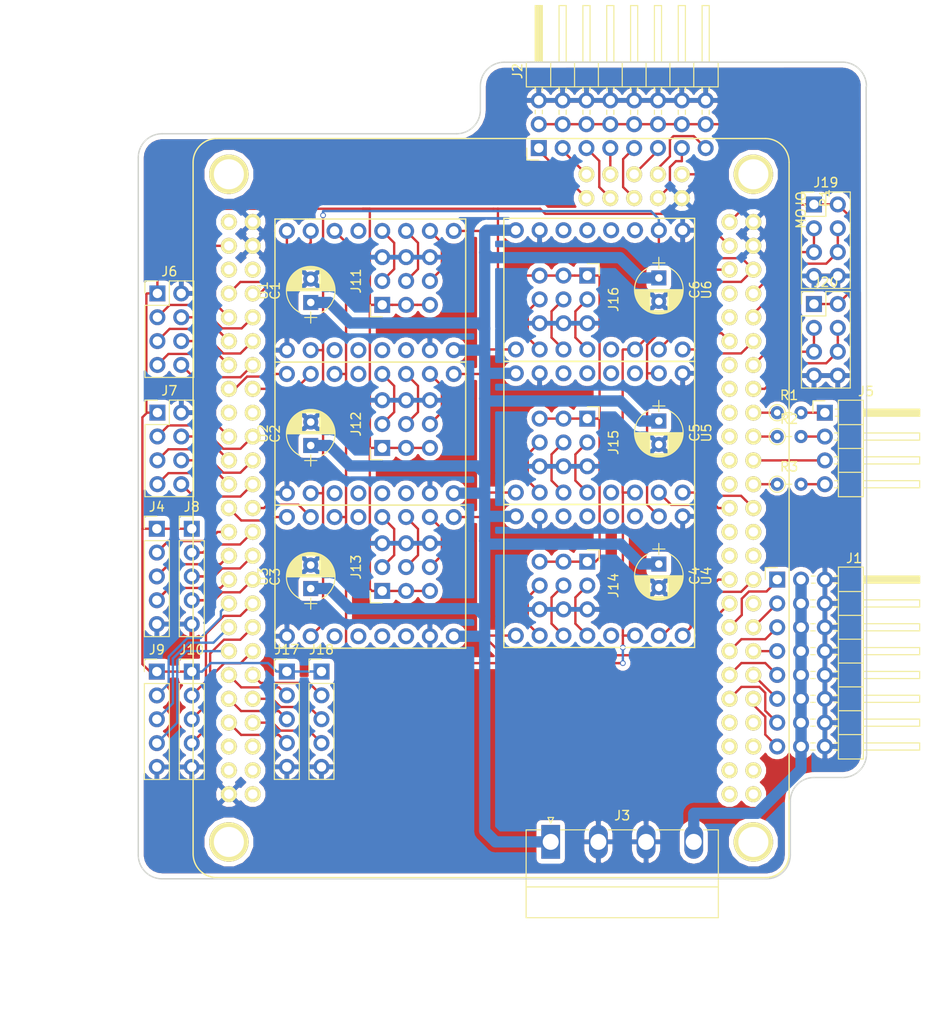
<source format=kicad_pcb>
(kicad_pcb (version 20171130) (host pcbnew 5.0.2-4.fc29)
  (layers (0 F.Cu signal) (31 B.Cu signal) (34 B.Paste user) (35 F.Paste user) (36 B.SilkS user) (37 F.SilkS user) (38 B.Mask user) (39 F.Mask user) (44 Edge.Cuts user))
  (net 0 "")
  (net 1 +12V)
  (net 2 GND)
  (net 3 /PWM0)
  (net 4 /EXTPWR)
  (net 5 /PWM1)
  (net 6 /PWM2)
  (net 7 /PWM3)
  (net 8 /PWM4)
  (net 9 /PWM5)
  (net 10 /PWM6)
  (net 11 /PWM7)
  (net 12 /A0)
  (net 13 /AREF)
  (net 14 /A1)
  (net 15 /A4)
  (net 16 /A5)
  (net 17 /A6)
  (net 18 /A7)
  (net 19 /A8)
  (net 20 /A9)
  (net 21 +5V)
  (net 22 +3V3)
  (net 23 "Net-(J5-Pad1)")
  (net 24 "Net-(J5-Pad2)")
  (net 25 "Net-(J5-Pad3)")
  (net 26 "Net-(J5-Pad4)")
  (net 27 /CS0)
  (net 28 /CS1)
  (net 29 /CS2)
  (net 30 "Net-(P1-Pad15)")
  (net 31 "Net-(P1-Pad24)")
  (net 32 "Net-(P1-Pad22)")
  (net 33 "Net-(J11-Pad4)")
  (net 34 "Net-(J11-Pad5)")
  (net 35 "Net-(J11-Pad6)")
  (net 36 "Net-(J12-Pad4)")
  (net 37 "Net-(J12-Pad5)")
  (net 38 "Net-(J12-Pad6)")
  (net 39 "Net-(J13-Pad4)")
  (net 40 "Net-(J13-Pad5)")
  (net 41 "Net-(J13-Pad6)")
  (net 42 /BSTEP)
  (net 43 /CDIR)
  (net 44 /ADIR)
  (net 45 /ASTEP)
  (net 46 /BDIR)
  (net 47 /CSTEP)
  (net 48 /~MOTION)
  (net 49 /~ECO)
  (net 50 /ZSTEP)
  (net 51 /YDIR)
  (net 52 /XDIR)
  (net 53 /YSTEP)
  (net 54 /XSTEP)
  (net 55 /ZDIR)
  (net 56 "Net-(J14-Pad4)")
  (net 57 "Net-(J15-Pad4)")
  (net 58 "Net-(J16-Pad4)")
  (net 59 "Net-(J16-Pad5)")
  (net 60 "Net-(J16-Pad6)")
  (net 61 "Net-(J14-Pad5)")
  (net 62 "Net-(J14-Pad6)")
  (net 63 "Net-(J15-Pad5)")
  (net 64 "Net-(J15-Pad6)")
  (net 65 /SPI0_OUT)
  (net 66 /SPI0_IN)
  (net 67 /SPI0_CLK)
  (net 68 /CS3)
  (net 69 /SPI1_OUT)
  (net 70 /CS4)
  (net 71 /SPI1_IN)
  (net 72 /CS5)
  (net 73 /SPI1_CLK)
  (net 74 /XENC_A)
  (net 75 /XENC_B)
  (net 76 /XENC_I)
  (net 77 /YENC_I)
  (net 78 /YENC_B)
  (net 79 /YENC_A)
  (net 80 /ZENC_A)
  (net 81 /ZENC_B)
  (net 82 /ZENC_I)
  (net 83 /AENC_I)
  (net 84 /AENC_B)
  (net 85 /AENC_A)
  (net 86 /BENC_A)
  (net 87 /BENC_B)
  (net 88 /BENC_I)
  (net 89 /CENC_I)
  (net 90 /CENC_B)
  (net 91 /CENC_A)
  (net 92 /SS0RX)
  (net 93 /SS0TX)
  (net 94 /SS1TX)
  (net 95 /SS1RX)
  (net 96 /~FAULT)
  (module mojov3:Mojo (layer F.Cu) (at 175.133 58.928 270)
    (fp_text reference P1 (at 6.35 -3.81 270) (layer F.SilkS))
    (fp_text value MOJO (at 7.62 -1.27 270) (layer F.SilkS))
    (pad SUS thru_hole circle (at 13.97 57.15 270) (size 1.7 1.7) (drill 1) (layers *.Cu *.Mask F.SilkS))
    (pad DONE thru_hole circle (at 13.97 59.69 270) (size 1.7 1.7) (drill 1) (layers *.Cu *.Mask F.SilkS))
    (pad GND thru_hole circle (at 8.89 57.15 270) (size 1.7 1.7) (drill 1) (layers *.Cu *.Mask F.SilkS) (net 2 GND))
    (pad RAW thru_hole circle (at 8.89 59.69 270) (size 1.7 1.7) (drill 1) (layers *.Cu *.Mask F.SilkS) (net 21 +5V))
    (pad RAW thru_hole circle (at 8.89 6.35 270) (size 1.7 1.7) (drill 1) (layers *.Cu *.Mask F.SilkS) (net 21 +5V))
    (pad GND thru_hole circle (at 8.89 3.81 270) (size 1.7 1.7) (drill 1) (layers *.Cu *.Mask F.SilkS) (net 2 GND))
    (pad 123 thru_hole circle (at 69.85 6.35 270) (size 1.7 1.7) (drill 1) (layers *.Cu *.Mask F.SilkS))
    (pad 124 thru_hole circle (at 69.85 3.81 270) (size 1.7 1.7) (drill 1) (layers *.Cu *.Mask F.SilkS))
    (pad 139 thru_hole circle (at 57.15 6.35 270) (size 1.7 1.7) (drill 1) (layers *.Cu *.Mask F.SilkS) (net 8 /PWM4))
    (pad 140 thru_hole circle (at 57.15 3.81 270) (size 1.7 1.7) (drill 1) (layers *.Cu *.Mask F.SilkS) (net 9 /PWM5))
    (pad 142 thru_hole circle (at 54.61 3.81 270) (size 1.7 1.7) (drill 1) (layers *.Cu *.Mask F.SilkS) (net 7 /PWM3))
    (pad 141 thru_hole circle (at 54.61 6.35 270) (size 1.7 1.7) (drill 1) (layers *.Cu *.Mask F.SilkS) (net 6 /PWM2))
    (pad 137 thru_hole circle (at 59.69 6.35 270) (size 1.7 1.7) (drill 1) (layers *.Cu *.Mask F.SilkS) (net 10 /PWM6))
    (pad 138 thru_hole circle (at 59.69 3.81 270) (size 1.7 1.7) (drill 1) (layers *.Cu *.Mask F.SilkS) (net 11 /PWM7))
    (pad GND thru_hole circle (at 69.85 59.69 270) (size 1.7 1.7) (drill 1) (layers *.Cu *.Mask F.SilkS) (net 2 GND))
    (pad RST thru_hole circle (at 69.85 57.15 270) (size 1.7 1.7) (drill 1) (layers *.Cu *.Mask F.SilkS))
    (pad TDI thru_hole circle (at 67.31 57.15 270) (size 1.7 1.7) (drill 1) (layers *.Cu *.Mask F.SilkS))
    (pad TCK thru_hole circle (at 67.31 59.69 270) (size 1.7 1.7) (drill 1) (layers *.Cu *.Mask F.SilkS))
    (pad TMS thru_hole circle (at 64.77 57.15 270) (size 1.7 1.7) (drill 1) (layers *.Cu *.Mask F.SilkS))
    (pad TDO thru_hole circle (at 64.77 59.69 270) (size 1.7 1.7) (drill 1) (layers *.Cu *.Mask F.SilkS))
    (pad A8 thru_hole circle (at 6.35 13.97) (size 1.7 1.7) (drill 1) (layers *.Cu *.Mask F.SilkS) (net 19 /A8))
    (pad A9 thru_hole circle (at 3.81 13.97) (size 1.7 1.7) (drill 1) (layers *.Cu *.Mask F.SilkS) (net 20 /A9))
    (pad A7 thru_hole circle (at 3.81 16.51) (size 1.7 1.7) (drill 1) (layers *.Cu *.Mask F.SilkS) (net 18 /A7))
    (pad A6 thru_hole circle (at 6.35 16.51) (size 1.7 1.7) (drill 1) (layers *.Cu *.Mask F.SilkS) (net 17 /A6))
    (pad A0 thru_hole circle (at 6.35 21.59) (size 1.7 1.7) (drill 1) (layers *.Cu *.Mask F.SilkS) (net 12 /A0))
    (pad A1 thru_hole circle (at 3.81 21.59) (size 1.7 1.7) (drill 1) (layers *.Cu *.Mask F.SilkS) (net 14 /A1))
    (pad A5 thru_hole circle (at 3.81 19.05) (size 1.7 1.7) (drill 1) (layers *.Cu *.Mask F.SilkS) (net 16 /A5))
    (pad A4 thru_hole circle (at 6.35 19.05) (size 1.7 1.7) (drill 1) (layers *.Cu *.Mask F.SilkS) (net 15 /A4))
    (pad AREF thru_hole circle (at 3.81 11.43) (size 1.7 1.7) (drill 1) (layers *.Cu *.Mask F.SilkS) (net 13 /AREF))
    (pad GND thru_hole circle (at 6.35 11.43) (size 1.7 1.7) (drill 1) (layers *.Cu *.Mask F.SilkS) (net 2 GND))
    (pad 14 thru_hole circle (at 36.83 6.35 270) (size 1.7 1.7) (drill 1) (layers *.Cu *.Mask F.SilkS))
    (pad 15 thru_hole circle (at 36.83 3.81 270) (size 1.7 1.7) (drill 1) (layers *.Cu *.Mask F.SilkS) (net 30 "Net-(P1-Pad15)"))
    (pad 127 thru_hole circle (at 67.31 3.81 270) (size 1.7 1.7) (drill 1) (layers *.Cu *.Mask F.SilkS))
    (pad 126 thru_hole circle (at 67.31 6.35 270) (size 1.7 1.7) (drill 1) (layers *.Cu *.Mask F.SilkS))
    (pad 133 thru_hole circle (at 62.23 6.35 270) (size 1.7 1.7) (drill 1) (layers *.Cu *.Mask F.SilkS))
    (pad 134 thru_hole circle (at 62.23 3.81 270) (size 1.7 1.7) (drill 1) (layers *.Cu *.Mask F.SilkS))
    (pad 132 thru_hole circle (at 64.77 3.81 270) (size 1.7 1.7) (drill 1) (layers *.Cu *.Mask F.SilkS))
    (pad 131 thru_hole circle (at 64.77 6.35 270) (size 1.7 1.7) (drill 1) (layers *.Cu *.Mask F.SilkS))
    (pad 5 thru_hole circle (at 46.99 6.35 270) (size 1.7 1.7) (drill 1) (layers *.Cu *.Mask F.SilkS) (net 45 /ASTEP))
    (pad 6 thru_hole circle (at 46.99 3.81 270) (size 1.7 1.7) (drill 1) (layers *.Cu *.Mask F.SilkS) (net 44 /ADIR))
    (pad 8 thru_hole circle (at 44.45 3.81 270) (size 1.7 1.7) (drill 1) (layers *.Cu *.Mask F.SilkS))
    (pad 7 thru_hole circle (at 44.45 6.35 270) (size 1.7 1.7) (drill 1) (layers *.Cu *.Mask F.SilkS))
    (pad 1 thru_hole circle (at 49.53 6.35 270) (size 1.7 1.7) (drill 1) (layers *.Cu *.Mask F.SilkS) (net 48 /~MOTION))
    (pad 2 thru_hole circle (at 49.53 3.81 270) (size 1.7 1.7) (drill 1) (layers *.Cu *.Mask F.SilkS))
    (pad 144 thru_hole circle (at 52.07 3.81 270) (size 1.7 1.7) (drill 1) (layers *.Cu *.Mask F.SilkS) (net 5 /PWM1))
    (pad 143 thru_hole circle (at 52.07 6.35 270) (size 1.7 1.7) (drill 1) (layers *.Cu *.Mask F.SilkS) (net 3 /PWM0))
    (pad 23 thru_hole circle (at 29.21 6.35 270) (size 1.7 1.7) (drill 1) (layers *.Cu *.Mask F.SilkS))
    (pad 24 thru_hole circle (at 29.21 3.81 270) (size 1.7 1.7) (drill 1) (layers *.Cu *.Mask F.SilkS) (net 31 "Net-(P1-Pad24)"))
    (pad 27 thru_hole circle (at 26.67 3.81 270) (size 1.7 1.7) (drill 1) (layers *.Cu *.Mask F.SilkS) (net 95 /SS1RX))
    (pad 26 thru_hole circle (at 26.67 6.35 270) (size 1.7 1.7) (drill 1) (layers *.Cu *.Mask F.SilkS))
    (pad 32 thru_hole circle (at 21.59 6.35 270) (size 1.7 1.7) (drill 1) (layers *.Cu *.Mask F.SilkS) (net 47 /CSTEP))
    (pad 33 thru_hole circle (at 21.59 3.81 270) (size 1.7 1.7) (drill 1) (layers *.Cu *.Mask F.SilkS) (net 43 /CDIR))
    (pad 30 thru_hole circle (at 24.13 3.81 270) (size 1.7 1.7) (drill 1) (layers *.Cu *.Mask F.SilkS) (net 94 /SS1TX))
    (pad 29 thru_hole circle (at 24.13 6.35 270) (size 1.7 1.7) (drill 1) (layers *.Cu *.Mask F.SilkS))
    (pad 16 thru_hole circle (at 34.29 6.35 270) (size 1.7 1.7) (drill 1) (layers *.Cu *.Mask F.SilkS))
    (pad 17 thru_hole circle (at 34.29 3.81 270) (size 1.7 1.7) (drill 1) (layers *.Cu *.Mask F.SilkS) (net 25 "Net-(J5-Pad3)"))
    (pad 22 thru_hole circle (at 31.75 3.81 270) (size 1.7 1.7) (drill 1) (layers *.Cu *.Mask F.SilkS) (net 32 "Net-(P1-Pad22)"))
    (pad 21 thru_hole circle (at 31.75 6.35 270) (size 1.7 1.7) (drill 1) (layers *.Cu *.Mask F.SilkS))
    (pad 11 thru_hole circle (at 39.37 6.35 270) (size 1.7 1.7) (drill 1) (layers *.Cu *.Mask F.SilkS) (net 42 /BSTEP))
    (pad 12 thru_hole circle (at 39.37 3.81 270) (size 1.7 1.7) (drill 1) (layers *.Cu *.Mask F.SilkS) (net 46 /BDIR))
    (pad 10 thru_hole circle (at 41.91 3.81 270) (size 1.7 1.7) (drill 1) (layers *.Cu *.Mask F.SilkS))
    (pad 9 thru_hole circle (at 41.91 6.35 270) (size 1.7 1.7) (drill 1) (layers *.Cu *.Mask F.SilkS))
    (pad 50 thru_hole circle (at 13.97 6.35 270) (size 1.7 1.7) (drill 1) (layers *.Cu *.Mask F.SilkS) (net 49 /~ECO))
    (pad 51 thru_hole circle (at 13.97 3.81 270) (size 1.7 1.7) (drill 1) (layers *.Cu *.Mask F.SilkS) (net 96 /~FAULT))
    (pad GND thru_hole circle (at 11.43 3.81 270) (size 1.7 1.7) (drill 1) (layers *.Cu *.Mask F.SilkS) (net 2 GND))
    (pad +V thru_hole circle (at 11.43 6.35 270) (size 1.7 1.7) (drill 1) (layers *.Cu *.Mask F.SilkS) (net 22 +3V3))
    (pad 40 thru_hole circle (at 16.51 6.35 270) (size 1.7 1.7) (drill 1) (layers *.Cu *.Mask F.SilkS))
    (pad 41 thru_hole circle (at 16.51 3.81 270) (size 1.7 1.7) (drill 1) (layers *.Cu *.Mask F.SilkS) (net 93 /SS0TX))
    (pad 35 thru_hole circle (at 19.05 3.81 270) (size 1.7 1.7) (drill 1) (layers *.Cu *.Mask F.SilkS) (net 92 /SS0RX))
    (pad 34 thru_hole circle (at 19.05 6.35 270) (size 1.7 1.7) (drill 1) (layers *.Cu *.Mask F.SilkS))
    (pad 74 thru_hole circle (at 21.59 59.69 270) (size 1.7 1.7) (drill 1) (layers *.Cu *.Mask F.SilkS) (net 28 /CS1))
    (pad 75 thru_hole circle (at 21.59 57.15 270) (size 1.7 1.7) (drill 1) (layers *.Cu *.Mask F.SilkS) (net 66 /SPI0_IN))
    (pad 67 thru_hole circle (at 19.05 57.15 270) (size 1.7 1.7) (drill 1) (layers *.Cu *.Mask F.SilkS) (net 65 /SPI0_OUT))
    (pad 66 thru_hole circle (at 19.05 59.69 270) (size 1.7 1.7) (drill 1) (layers *.Cu *.Mask F.SilkS) (net 27 /CS0))
    (pad +V thru_hole circle (at 11.43 59.69 270) (size 1.7 1.7) (drill 1) (layers *.Cu *.Mask F.SilkS) (net 22 +3V3))
    (pad GND thru_hole circle (at 11.43 57.15 270) (size 1.7 1.7) (drill 1) (layers *.Cu *.Mask F.SilkS) (net 2 GND))
    (pad 58 thru_hole circle (at 16.51 57.15 270) (size 1.7 1.7) (drill 1) (layers *.Cu *.Mask F.SilkS) (net 54 /XSTEP))
    (pad 57 thru_hole circle (at 16.51 59.69 270) (size 1.7 1.7) (drill 1) (layers *.Cu *.Mask F.SilkS) (net 52 /XDIR))
    (pad 97 thru_hole circle (at 41.91 59.69 270) (size 1.7 1.7) (drill 1) (layers *.Cu *.Mask F.SilkS) (net 74 /XENC_A))
    (pad 98 thru_hole circle (at 41.91 57.15 270) (size 1.7 1.7) (drill 1) (layers *.Cu *.Mask F.SilkS) (net 79 /YENC_A))
    (pad 95 thru_hole circle (at 39.37 57.15 270) (size 1.7 1.7) (drill 1) (layers *.Cu *.Mask F.SilkS) (net 50 /ZSTEP))
    (pad 94 thru_hole circle (at 39.37 59.69 270) (size 1.7 1.7) (drill 1) (layers *.Cu *.Mask F.SilkS) (net 55 /ZDIR))
    (pad 87 thru_hole circle (at 34.29 59.69 270) (size 1.7 1.7) (drill 1) (layers *.Cu *.Mask F.SilkS) (net 70 /CS4))
    (pad 88 thru_hole circle (at 34.29 57.15 270) (size 1.7 1.7) (drill 1) (layers *.Cu *.Mask F.SilkS) (net 71 /SPI1_IN))
    (pad 93 thru_hole circle (at 36.83 57.15 270) (size 1.7 1.7) (drill 1) (layers *.Cu *.Mask F.SilkS) (net 73 /SPI1_CLK))
    (pad 92 thru_hole circle (at 36.83 59.69 270) (size 1.7 1.7) (drill 1) (layers *.Cu *.Mask F.SilkS) (net 72 /CS5))
    (pad 80 thru_hole circle (at 26.67 59.69 270) (size 1.7 1.7) (drill 1) (layers *.Cu *.Mask F.SilkS) (net 51 /YDIR))
    (pad 81 thru_hole circle (at 26.67 57.15 270) (size 1.7 1.7) (drill 1) (layers *.Cu *.Mask F.SilkS) (net 53 /YSTEP))
    (pad 79 thru_hole circle (at 24.13 57.15 270) (size 1.7 1.7) (drill 1) (layers *.Cu *.Mask F.SilkS) (net 67 /SPI0_CLK))
    (pad 78 thru_hole circle (at 24.13 59.69 270) (size 1.7 1.7) (drill 1) (layers *.Cu *.Mask F.SilkS) (net 29 /CS2))
    (pad 82 thru_hole circle (at 29.21 59.69 270) (size 1.7 1.7) (drill 1) (layers *.Cu *.Mask F.SilkS))
    (pad 83 thru_hole circle (at 29.21 57.15 270) (size 1.7 1.7) (drill 1) (layers *.Cu *.Mask F.SilkS))
    (pad 85 thru_hole circle (at 31.75 57.15 270) (size 1.7 1.7) (drill 1) (layers *.Cu *.Mask F.SilkS) (net 69 /SPI1_OUT))
    (pad 84 thru_hole circle (at 31.75 59.69 270) (size 1.7 1.7) (drill 1) (layers *.Cu *.Mask F.SilkS) (net 68 /CS3))
    (pad 111 thru_hole circle (at 52.07 59.69 270) (size 1.7 1.7) (drill 1) (layers *.Cu *.Mask F.SilkS) (net 81 /ZENC_B))
    (pad 112 thru_hole circle (at 52.07 57.15 270) (size 1.7 1.7) (drill 1) (layers *.Cu *.Mask F.SilkS) (net 84 /AENC_B))
    (pad 105 thru_hole circle (at 49.53 57.15 270) (size 1.7 1.7) (drill 1) (layers *.Cu *.Mask F.SilkS) (net 85 /AENC_A))
    (pad 104 thru_hole circle (at 49.53 59.69 270) (size 1.7 1.7) (drill 1) (layers *.Cu *.Mask F.SilkS) (net 80 /ZENC_A))
    (pad 99 thru_hole circle (at 44.45 59.69 270) (size 1.7 1.7) (drill 1) (layers *.Cu *.Mask F.SilkS) (net 75 /XENC_B))
    (pad 100 thru_hole circle (at 44.45 57.15 270) (size 1.7 1.7) (drill 1) (layers *.Cu *.Mask F.SilkS) (net 78 /YENC_B))
    (pad 102 thru_hole circle (at 46.99 57.15 270) (size 1.7 1.7) (drill 1) (layers *.Cu *.Mask F.SilkS) (net 77 /YENC_I))
    (pad 101 thru_hole circle (at 46.99 59.69 270) (size 1.7 1.7) (drill 1) (layers *.Cu *.Mask F.SilkS) (net 76 /XENC_I))
    (pad 116 thru_hole circle (at 57.15 59.69 270) (size 1.7 1.7) (drill 1) (layers *.Cu *.Mask F.SilkS) (net 86 /BENC_A))
    (pad 117 thru_hole circle (at 57.15 57.15 270) (size 1.7 1.7) (drill 1) (layers *.Cu *.Mask F.SilkS) (net 91 /CENC_A))
    (pad 115 thru_hole circle (at 54.61 57.15 270) (size 1.7 1.7) (drill 1) (layers *.Cu *.Mask F.SilkS) (net 83 /AENC_I))
    (pad 114 thru_hole circle (at 54.61 59.69 270) (size 1.7 1.7) (drill 1) (layers *.Cu *.Mask F.SilkS) (net 82 /ZENC_I))
    (pad 118 thru_hole circle (at 59.69 59.69 270) (size 1.7 1.7) (drill 1) (layers *.Cu *.Mask F.SilkS) (net 87 /BENC_B))
    (pad 119 thru_hole circle (at 59.69 57.15 270) (size 1.7 1.7) (drill 1) (layers *.Cu *.Mask F.SilkS) (net 90 /CENC_B))
    (pad 121 thru_hole circle (at 62.23 57.15 270) (size 1.7 1.7) (drill 1) (layers *.Cu *.Mask F.SilkS) (net 89 /CENC_I))
    (pad "" np_thru_hole circle (at 3.81 59.69 270) (size 4.2 4.2) (drill 3.2) (layers *.Cu *.Mask F.SilkS))
    (pad "" np_thru_hole circle (at 74.94 59.69 270) (size 4.2 4.2) (drill 3.2) (layers *.Cu *.Mask F.SilkS))
    (pad "" np_thru_hole circle (at 74.94 3.81 270) (size 4.2 4.2) (drill 3.2) (layers *.Cu *.Mask F.SilkS))
    (pad "" np_thru_hole circle (at 3.81 3.81 270) (size 4.2 4.2) (drill 3.2) (layers *.Cu *.Mask F.SilkS))
    (pad 120 thru_hole circle (at 62.23 59.69 270) (size 1.7 1.7) (drill 1) (layers *.Cu *.Mask F.SilkS) (net 88 /BENC_I))
  )
  (module mojov3:Pin_Header_Angled_3x08_Pitch2.54mm (layer F.Cu) (at 176.403 105.918)
    (fp_text reference J1 (at 5.655 -2.27) (layer F.SilkS))
    (fp_text value SERVO)
    (pad 1 thru_hole rect (at -2.54 0) (size 1.7 1.7) (drill 1) (layers *.Cu *.Mask) (net 3 /PWM0))
    (pad 9 thru_hole oval (at 0 0) (size 1.7 1.7) (drill 1) (layers *.Cu *.Mask) (net 4 /EXTPWR))
    (pad 2 thru_hole oval (at -2.54 2.54) (size 1.7 1.7) (drill 1) (layers *.Cu *.Mask) (net 5 /PWM1))
    (pad 10 thru_hole oval (at 0 2.54) (size 1.7 1.7) (drill 1) (layers *.Cu *.Mask) (net 4 /EXTPWR))
    (pad 3 thru_hole oval (at -2.54 5.08) (size 1.7 1.7) (drill 1) (layers *.Cu *.Mask) (net 6 /PWM2))
    (pad 11 thru_hole oval (at 0 5.08) (size 1.7 1.7) (drill 1) (layers *.Cu *.Mask) (net 4 /EXTPWR))
    (pad 4 thru_hole oval (at -2.54 7.62) (size 1.7 1.7) (drill 1) (layers *.Cu *.Mask) (net 7 /PWM3))
    (pad 12 thru_hole oval (at 0 7.62) (size 1.7 1.7) (drill 1) (layers *.Cu *.Mask) (net 4 /EXTPWR))
    (pad 5 thru_hole oval (at -2.54 10.16) (size 1.7 1.7) (drill 1) (layers *.Cu *.Mask) (net 8 /PWM4))
    (pad 13 thru_hole oval (at 0 10.16) (size 1.7 1.7) (drill 1) (layers *.Cu *.Mask) (net 4 /EXTPWR))
    (pad 6 thru_hole oval (at -2.54 12.7) (size 1.7 1.7) (drill 1) (layers *.Cu *.Mask) (net 9 /PWM5))
    (pad 14 thru_hole oval (at 0 12.7) (size 1.7 1.7) (drill 1) (layers *.Cu *.Mask) (net 4 /EXTPWR))
    (pad 7 thru_hole oval (at -2.54 15.24) (size 1.7 1.7) (drill 1) (layers *.Cu *.Mask) (net 10 /PWM6))
    (pad 15 thru_hole oval (at 0 15.24) (size 1.7 1.7) (drill 1) (layers *.Cu *.Mask) (net 4 /EXTPWR))
    (pad 8 thru_hole oval (at -2.54 17.78) (size 1.7 1.7) (drill 1) (layers *.Cu *.Mask) (net 11 /PWM7))
    (pad 16 thru_hole oval (at 0 17.78) (size 1.7 1.7) (drill 1) (layers *.Cu *.Mask) (net 4 /EXTPWR))
    (pad 24 thru_hole oval (at 2.54 17.78) (size 1.7 1.7) (drill 1) (layers *.Cu *.Mask) (net 2 GND))
    (pad 23 thru_hole oval (at 2.54 15.24) (size 1.7 1.7) (drill 1) (layers *.Cu *.Mask) (net 2 GND))
    (pad 22 thru_hole oval (at 2.54 12.7) (size 1.7 1.7) (drill 1) (layers *.Cu *.Mask) (net 2 GND))
    (pad 21 thru_hole oval (at 2.54 10.16) (size 1.7 1.7) (drill 1) (layers *.Cu *.Mask) (net 2 GND))
    (pad 20 thru_hole oval (at 2.54 7.62) (size 1.7 1.7) (drill 1) (layers *.Cu *.Mask) (net 2 GND))
    (pad 19 thru_hole oval (at 2.54 5.08) (size 1.7 1.7) (drill 1) (layers *.Cu *.Mask) (net 2 GND))
    (pad 18 thru_hole oval (at 2.54 2.54) (size 1.7 1.7) (drill 1) (layers *.Cu *.Mask) (net 2 GND))
    (pad 17 thru_hole oval (at 2.54 0) (size 1.7 1.7) (drill 1) (layers *.Cu *.Mask) (net 2 GND))
  )
  (module mojov3:Pin_Header_Angled_3x08_Pitch2.54mm (layer F.Cu) (at 148.463 57.404 90)
    (fp_text reference J2 (at 5.655 -2.27 90) (layer F.SilkS))
    (fp_text value ANALOG)
    (pad 1 thru_hole rect (at -2.54 0 90) (size 1.7 1.7) (drill 1) (layers *.Cu *.Mask) (net 12 /A0))
    (pad 9 thru_hole oval (at 0 0 90) (size 1.7 1.7) (drill 1) (layers *.Cu *.Mask) (net 13 /AREF))
    (pad 2 thru_hole oval (at -2.54 2.54 90) (size 1.7 1.7) (drill 1) (layers *.Cu *.Mask) (net 14 /A1))
    (pad 10 thru_hole oval (at 0 2.54 90) (size 1.7 1.7) (drill 1) (layers *.Cu *.Mask) (net 13 /AREF))
    (pad 3 thru_hole oval (at -2.54 5.08 90) (size 1.7 1.7) (drill 1) (layers *.Cu *.Mask) (net 15 /A4))
    (pad 11 thru_hole oval (at 0 5.08 90) (size 1.7 1.7) (drill 1) (layers *.Cu *.Mask) (net 13 /AREF))
    (pad 4 thru_hole oval (at -2.54 7.62 90) (size 1.7 1.7) (drill 1) (layers *.Cu *.Mask) (net 16 /A5))
    (pad 12 thru_hole oval (at 0 7.62 90) (size 1.7 1.7) (drill 1) (layers *.Cu *.Mask) (net 13 /AREF))
    (pad 5 thru_hole oval (at -2.54 10.16 90) (size 1.7 1.7) (drill 1) (layers *.Cu *.Mask) (net 17 /A6))
    (pad 13 thru_hole oval (at 0 10.16 90) (size 1.7 1.7) (drill 1) (layers *.Cu *.Mask) (net 13 /AREF))
    (pad 6 thru_hole oval (at -2.54 12.7 90) (size 1.7 1.7) (drill 1) (layers *.Cu *.Mask) (net 18 /A7))
    (pad 14 thru_hole oval (at 0 12.7 90) (size 1.7 1.7) (drill 1) (layers *.Cu *.Mask) (net 13 /AREF))
    (pad 7 thru_hole oval (at -2.54 15.24 90) (size 1.7 1.7) (drill 1) (layers *.Cu *.Mask) (net 19 /A8))
    (pad 15 thru_hole oval (at 0 15.24 90) (size 1.7 1.7) (drill 1) (layers *.Cu *.Mask) (net 13 /AREF))
    (pad 8 thru_hole oval (at -2.54 17.78 90) (size 1.7 1.7) (drill 1) (layers *.Cu *.Mask) (net 20 /A9))
    (pad 16 thru_hole oval (at 0 17.78 90) (size 1.7 1.7) (drill 1) (layers *.Cu *.Mask) (net 13 /AREF))
    (pad 24 thru_hole oval (at 2.54 17.78 90) (size 1.7 1.7) (drill 1) (layers *.Cu *.Mask) (net 2 GND))
    (pad 23 thru_hole oval (at 2.54 15.24 90) (size 1.7 1.7) (drill 1) (layers *.Cu *.Mask) (net 2 GND))
    (pad 22 thru_hole oval (at 2.54 12.7 90) (size 1.7 1.7) (drill 1) (layers *.Cu *.Mask) (net 2 GND))
    (pad 21 thru_hole oval (at 2.54 10.16 90) (size 1.7 1.7) (drill 1) (layers *.Cu *.Mask) (net 2 GND))
    (pad 20 thru_hole oval (at 2.54 7.62 90) (size 1.7 1.7) (drill 1) (layers *.Cu *.Mask) (net 2 GND))
    (pad 19 thru_hole oval (at 2.54 5.08 90) (size 1.7 1.7) (drill 1) (layers *.Cu *.Mask) (net 2 GND))
    (pad 18 thru_hole oval (at 2.54 2.54 90) (size 1.7 1.7) (drill 1) (layers *.Cu *.Mask) (net 2 GND))
    (pad 17 thru_hole oval (at 2.54 0 90) (size 1.7 1.7) (drill 1) (layers *.Cu *.Mask) (net 2 GND))
  )
  (module Pin_Headers:Pin_Header_Straight_2x04_Pitch2.54mm (layer F.Cu) (at 107.83 75.43)
    (fp_text reference J6 (at 1.27 -2.33) (layer F.SilkS))
    (fp_text value SPI0)
    (pad 1 thru_hole rect (at 0 0) (size 1.7 1.7) (drill 1) (layers *.Cu *.Mask) (net 22 +3V3))
    (pad 2 thru_hole oval (at 2.54 0) (size 1.7 1.7) (drill 1) (layers *.Cu *.Mask) (net 2 GND))
    (pad 3 thru_hole oval (at 0 2.54) (size 1.7 1.7) (drill 1) (layers *.Cu *.Mask) (net 27 /CS0))
    (pad 4 thru_hole oval (at 2.54 2.54) (size 1.7 1.7) (drill 1) (layers *.Cu *.Mask) (net 65 /SPI0_OUT))
    (pad 5 thru_hole oval (at 0 5.08) (size 1.7 1.7) (drill 1) (layers *.Cu *.Mask) (net 28 /CS1))
    (pad 6 thru_hole oval (at 2.54 5.08) (size 1.7 1.7) (drill 1) (layers *.Cu *.Mask) (net 66 /SPI0_IN))
    (pad 7 thru_hole oval (at 0 7.62) (size 1.7 1.7) (drill 1) (layers *.Cu *.Mask) (net 29 /CS2))
    (pad 8 thru_hole oval (at 2.54 7.62) (size 1.7 1.7) (drill 1) (layers *.Cu *.Mask) (net 67 /SPI0_CLK))
  )
  (module Pin_Headers:Pin_Header_Straight_2x04_Pitch2.54mm (layer F.Cu) (at 107.83 88.13)
    (fp_text reference J7 (at 1.27 -2.33) (layer F.SilkS))
    (fp_text value SPI1)
    (pad 1 thru_hole rect (at 0 0) (size 1.7 1.7) (drill 1) (layers *.Cu *.Mask) (net 22 +3V3))
    (pad 2 thru_hole oval (at 2.54 0) (size 1.7 1.7) (drill 1) (layers *.Cu *.Mask) (net 2 GND))
    (pad 3 thru_hole oval (at 0 2.54) (size 1.7 1.7) (drill 1) (layers *.Cu *.Mask) (net 68 /CS3))
    (pad 4 thru_hole oval (at 2.54 2.54) (size 1.7 1.7) (drill 1) (layers *.Cu *.Mask) (net 69 /SPI1_OUT))
    (pad 5 thru_hole oval (at 0 5.08) (size 1.7 1.7) (drill 1) (layers *.Cu *.Mask) (net 70 /CS4))
    (pad 6 thru_hole oval (at 2.54 5.08) (size 1.7 1.7) (drill 1) (layers *.Cu *.Mask) (net 71 /SPI1_IN))
    (pad 7 thru_hole oval (at 0 7.62) (size 1.7 1.7) (drill 1) (layers *.Cu *.Mask) (net 72 /CS5))
    (pad 8 thru_hole oval (at 2.54 7.62) (size 1.7 1.7) (drill 1) (layers *.Cu *.Mask) (net 73 /SPI1_CLK))
  )
  (module Resistors_THT:R_Axial_DIN0204_L3.6mm_D1.6mm_P2.54mm_Vertical (layer F.Cu) (at 173.863 88.138)
    (fp_text reference R1 (at 1.27 -1.86) (layer F.SilkS))
    (fp_text value "80 Ohm")
    (pad 1 thru_hole circle (at 0 0) (size 1.4 1.4) (drill 0.7) (layers *.Cu *.Mask) (net 31 "Net-(P1-Pad24)"))
    (pad 2 thru_hole oval (at 2.54 0) (size 1.4 1.4) (drill 0.7) (layers *.Cu *.Mask) (net 23 "Net-(J5-Pad1)"))
  )
  (module Resistors_THT:R_Axial_DIN0204_L3.6mm_D1.6mm_P2.54mm_Vertical (layer F.Cu) (at 173.863 90.678)
    (fp_text reference R2 (at 1.27 -1.86) (layer F.SilkS))
    (fp_text value "80 Ohm")
    (pad 1 thru_hole circle (at 0 0) (size 1.4 1.4) (drill 0.7) (layers *.Cu *.Mask) (net 32 "Net-(P1-Pad22)"))
    (pad 2 thru_hole oval (at 2.54 0) (size 1.4 1.4) (drill 0.7) (layers *.Cu *.Mask) (net 24 "Net-(J5-Pad2)"))
  )
  (module Resistors_THT:R_Axial_DIN0204_L3.6mm_D1.6mm_P2.54mm_Vertical (layer F.Cu) (at 173.863 95.758)
    (fp_text reference R3 (at 1.27 -1.86) (layer F.SilkS))
    (fp_text value "80 Ohm")
    (pad 1 thru_hole circle (at 0 0) (size 1.4 1.4) (drill 0.7) (layers *.Cu *.Mask) (net 30 "Net-(P1-Pad15)"))
    (pad 2 thru_hole oval (at 2.54 0) (size 1.4 1.4) (drill 0.7) (layers *.Cu *.Mask) (net 26 "Net-(J5-Pad4)"))
  )
  (module mojov3:PhoenixContact_MC-G_04x5.08mm_Angled (layer F.Cu) (at 149.733 133.858)
    (fp_text reference J3 (at 7.62 -2.8) (layer F.SilkS))
    (fp_text value POWER)
    (pad 1 thru_hole rect (at 0 0) (size 2 3.6) (drill 1.7) (layers *.Cu *.Mask) (net 1 +12V))
    (pad 2 thru_hole oval (at 5.08 0) (size 2 3.6) (drill 1.7) (layers *.Cu *.Mask) (net 2 GND))
    (pad 3 thru_hole oval (at 10.16 0) (size 2 3.6) (drill 1.7) (layers *.Cu *.Mask) (net 2 GND))
    (pad 4 thru_hole oval (at 15.24 0) (size 2 3.6) (drill 1.7) (layers *.Cu *.Mask) (net 4 /EXTPWR))
  )
  (module Pin_Headers:Pin_Header_Angled_1x04_Pitch2.54mm (layer F.Cu) (at 178.943 88.138)
    (fp_text reference J5 (at 4.385 -2.27) (layer F.SilkS))
    (fp_text value HOST)
    (pad 1 thru_hole rect (at 0 0) (size 1.7 1.7) (drill 1) (layers *.Cu *.Mask) (net 23 "Net-(J5-Pad1)"))
    (pad 2 thru_hole oval (at 0 2.54) (size 1.7 1.7) (drill 1) (layers *.Cu *.Mask) (net 24 "Net-(J5-Pad2)"))
    (pad 3 thru_hole oval (at 0 5.08) (size 1.7 1.7) (drill 1) (layers *.Cu *.Mask) (net 25 "Net-(J5-Pad3)"))
    (pad 4 thru_hole oval (at 0 7.62) (size 1.7 1.7) (drill 1) (layers *.Cu *.Mask) (net 26 "Net-(J5-Pad4)"))
  )
  (module Capacitors_THT:CP_Radial_D5.0mm_P2.50mm (layer F.Cu) (at 124.165334 76.393262 90)
    (fp_text reference C1 (at 1.25 -3.81 90) (layer F.SilkS))
    (fp_text value 100uf)
    (pad 1 thru_hole rect (at 0 0 90) (size 1.6 1.6) (drill 0.8) (layers *.Cu *.Mask) (net 1 +12V))
    (pad 2 thru_hole circle (at 2.5 0 90) (size 1.6 1.6) (drill 0.8) (layers *.Cu *.Mask) (net 2 GND))
  )
  (module Capacitors_THT:CP_Radial_D5.0mm_P2.50mm (layer F.Cu) (at 124.165334 91.633262 90)
    (fp_text reference C2 (at 1.25 -3.81 90) (layer F.SilkS))
    (fp_text value 100uf)
    (pad 1 thru_hole rect (at 0 0 90) (size 1.6 1.6) (drill 0.8) (layers *.Cu *.Mask) (net 1 +12V))
    (pad 2 thru_hole circle (at 2.5 0 90) (size 1.6 1.6) (drill 0.8) (layers *.Cu *.Mask) (net 2 GND))
  )
  (module Capacitors_THT:CP_Radial_D5.0mm_P2.50mm (layer F.Cu) (at 124.165334 106.873262 90)
    (fp_text reference C3 (at 1.25 -3.81 90) (layer F.SilkS))
    (fp_text value 100uf)
    (pad 1 thru_hole rect (at 0 0 90) (size 1.6 1.6) (drill 0.8) (layers *.Cu *.Mask) (net 1 +12V))
    (pad 2 thru_hole circle (at 2.5 0 90) (size 1.6 1.6) (drill 0.8) (layers *.Cu *.Mask) (net 2 GND))
  )
  (module Capacitors_THT:CP_Radial_D5.0mm_P2.50mm (layer F.Cu) (at 161.253379 104.261343 270)
    (fp_text reference C4 (at 1.25 -3.81 270) (layer F.SilkS))
    (fp_text value 100uf)
    (pad 1 thru_hole rect (at 0 0 270) (size 1.6 1.6) (drill 0.8) (layers *.Cu *.Mask) (net 1 +12V))
    (pad 2 thru_hole circle (at 2.5 0 270) (size 1.6 1.6) (drill 0.8) (layers *.Cu *.Mask) (net 2 GND))
  )
  (module Capacitors_THT:CP_Radial_D5.0mm_P2.50mm (layer F.Cu) (at 161.253379 89.021343 270)
    (fp_text reference C5 (at 1.25 -3.81 270) (layer F.SilkS))
    (fp_text value 100uf)
    (pad 1 thru_hole rect (at 0 0 270) (size 1.6 1.6) (drill 0.8) (layers *.Cu *.Mask) (net 1 +12V))
    (pad 2 thru_hole circle (at 2.5 0 270) (size 1.6 1.6) (drill 0.8) (layers *.Cu *.Mask) (net 2 GND))
  )
  (module Capacitors_THT:CP_Radial_D5.0mm_P2.50mm (layer F.Cu) (at 161.253379 73.781343 270)
    (fp_text reference C6 (at 1.25 -3.81 270) (layer F.SilkS))
    (fp_text value 100uf)
    (pad 1 thru_hole rect (at 0 0 270) (size 1.6 1.6) (drill 0.8) (layers *.Cu *.Mask) (net 1 +12V))
    (pad 2 thru_hole circle (at 2.5 0 270) (size 1.6 1.6) (drill 0.8) (layers *.Cu *.Mask) (net 2 GND))
  )
  (module mojov3:Pin_Header_Straight_3x03_Pitch2.54mm (layer F.Cu) (at 131.785334 74.107262 90)
    (fp_text reference J11 (at 0 -2.794 90) (layer F.SilkS))
    (fp_text value MSX)
    (pad 1 thru_hole rect (at -2.54 0 90) (size 1.7 1.7) (drill 1) (layers *.Cu *.Mask) (net 22 +3V3))
    (pad 4 thru_hole oval (at 0 0 90) (size 1.7 1.7) (drill 1) (layers *.Cu *.Mask) (net 33 "Net-(J11-Pad4)"))
    (pad 2 thru_hole oval (at -2.54 2.54 90) (size 1.7 1.7) (drill 1) (layers *.Cu *.Mask) (net 22 +3V3))
    (pad 5 thru_hole oval (at 0 2.54 90) (size 1.7 1.7) (drill 1) (layers *.Cu *.Mask) (net 34 "Net-(J11-Pad5)"))
    (pad 3 thru_hole oval (at -2.54 5.08 90) (size 1.7 1.7) (drill 1) (layers *.Cu *.Mask) (net 22 +3V3))
    (pad 6 thru_hole oval (at 0 5.08 90) (size 1.7 1.7) (drill 1) (layers *.Cu *.Mask) (net 35 "Net-(J11-Pad6)"))
    (pad 9 thru_hole oval (at 2.54 5.08 90) (size 1.7 1.7) (drill 1) (layers *.Cu *.Mask) (net 2 GND))
    (pad 8 thru_hole oval (at 2.54 2.54 90) (size 1.7 1.7) (drill 1) (layers *.Cu *.Mask) (net 2 GND))
    (pad 7 thru_hole oval (at 2.54 0 90) (size 1.7 1.7) (drill 1) (layers *.Cu *.Mask) (net 2 GND))
  )
  (module mojov3:Pin_Header_Straight_3x03_Pitch2.54mm (layer F.Cu) (at 131.785334 89.347262 90)
    (fp_text reference J12 (at 0 -2.794 90) (layer F.SilkS))
    (fp_text value MSX)
    (pad 1 thru_hole rect (at -2.54 0 90) (size 1.7 1.7) (drill 1) (layers *.Cu *.Mask) (net 22 +3V3))
    (pad 4 thru_hole oval (at 0 0 90) (size 1.7 1.7) (drill 1) (layers *.Cu *.Mask) (net 36 "Net-(J12-Pad4)"))
    (pad 2 thru_hole oval (at -2.54 2.54 90) (size 1.7 1.7) (drill 1) (layers *.Cu *.Mask) (net 22 +3V3))
    (pad 5 thru_hole oval (at 0 2.54 90) (size 1.7 1.7) (drill 1) (layers *.Cu *.Mask) (net 37 "Net-(J12-Pad5)"))
    (pad 3 thru_hole oval (at -2.54 5.08 90) (size 1.7 1.7) (drill 1) (layers *.Cu *.Mask) (net 22 +3V3))
    (pad 6 thru_hole oval (at 0 5.08 90) (size 1.7 1.7) (drill 1) (layers *.Cu *.Mask) (net 38 "Net-(J12-Pad6)"))
    (pad 9 thru_hole oval (at 2.54 5.08 90) (size 1.7 1.7) (drill 1) (layers *.Cu *.Mask) (net 2 GND))
    (pad 8 thru_hole oval (at 2.54 2.54 90) (size 1.7 1.7) (drill 1) (layers *.Cu *.Mask) (net 2 GND))
    (pad 7 thru_hole oval (at 2.54 0 90) (size 1.7 1.7) (drill 1) (layers *.Cu *.Mask) (net 2 GND))
  )
  (module mojov3:Pin_Header_Straight_3x03_Pitch2.54mm (layer F.Cu) (at 131.785334 104.587262 90)
    (fp_text reference J13 (at 0 -2.794 90) (layer F.SilkS))
    (fp_text value MSX)
    (pad 1 thru_hole rect (at -2.54 0 90) (size 1.7 1.7) (drill 1) (layers *.Cu *.Mask) (net 22 +3V3))
    (pad 4 thru_hole oval (at 0 0 90) (size 1.7 1.7) (drill 1) (layers *.Cu *.Mask) (net 39 "Net-(J13-Pad4)"))
    (pad 2 thru_hole oval (at -2.54 2.54 90) (size 1.7 1.7) (drill 1) (layers *.Cu *.Mask) (net 22 +3V3))
    (pad 5 thru_hole oval (at 0 2.54 90) (size 1.7 1.7) (drill 1) (layers *.Cu *.Mask) (net 40 "Net-(J13-Pad5)"))
    (pad 3 thru_hole oval (at -2.54 5.08 90) (size 1.7 1.7) (drill 1) (layers *.Cu *.Mask) (net 22 +3V3))
    (pad 6 thru_hole oval (at 0 5.08 90) (size 1.7 1.7) (drill 1) (layers *.Cu *.Mask) (net 41 "Net-(J13-Pad6)"))
    (pad 9 thru_hole oval (at 2.54 5.08 90) (size 1.7 1.7) (drill 1) (layers *.Cu *.Mask) (net 2 GND))
    (pad 8 thru_hole oval (at 2.54 2.54 90) (size 1.7 1.7) (drill 1) (layers *.Cu *.Mask) (net 2 GND))
    (pad 7 thru_hole oval (at 2.54 0 90) (size 1.7 1.7) (drill 1) (layers *.Cu *.Mask) (net 2 GND))
  )
  (module mojov3:TB67S2X9FTG (layer F.Cu) (at 130.515334 75.123262 270)
    (fp_text reference U1 (at 0 11.43 270) (layer F.SilkS))
    (fp_text value TB67S2X9FTG)
    (pad 5 thru_hole oval (at -6.35 1.27 270) (size 1.7 1.7) (drill 1) (layers *.Cu *.Mask))
    (pad 6 thru_hole oval (at -6.35 3.81 270) (size 1.7 1.7) (drill 1) (layers *.Cu *.Mask) (net 49 /~ECO))
    (pad 7 thru_hole oval (at -6.35 6.35 270) (size 1.7 1.7) (drill 1) (layers *.Cu *.Mask) (net 54 /XSTEP))
    (pad 8 thru_hole oval (at -6.35 8.89 270) (size 1.7 1.7) (drill 1) (layers *.Cu *.Mask) (net 52 /XDIR))
    (pad 4 thru_hole oval (at -6.35 -1.27 270) (size 1.7 1.7) (drill 1) (layers *.Cu *.Mask) (net 33 "Net-(J11-Pad4)"))
    (pad 3 thru_hole oval (at -6.35 -3.81 270) (size 1.7 1.7) (drill 1) (layers *.Cu *.Mask) (net 34 "Net-(J11-Pad5)"))
    (pad 2 thru_hole oval (at -6.35 -6.35 270) (size 1.7 1.7) (drill 1) (layers *.Cu *.Mask) (net 35 "Net-(J11-Pad6)"))
    (pad 1 thru_hole oval (at -6.35 -8.89 270) (size 1.7 1.7) (drill 1) (layers *.Cu *.Mask) (net 48 /~MOTION))
    (pad 12 thru_hole oval (at 6.35 -1.27 270) (size 1.7 1.7) (drill 1) (layers *.Cu *.Mask))
    (pad 11 thru_hole oval (at 6.35 -3.81 270) (size 1.7 1.7) (drill 1) (layers *.Cu *.Mask))
    (pad 10 thru_hole oval (at 6.35 -6.35 270) (size 1.7 1.7) (drill 1) (layers *.Cu *.Mask) (net 2 GND))
    (pad 9 thru_hole oval (at 6.35 -8.89 270) (size 1.7 1.7) (drill 1) (layers *.Cu *.Mask) (net 1 +12V))
    (pad 13 thru_hole oval (at 6.35 1.27 270) (size 1.7 1.7) (drill 1) (layers *.Cu *.Mask))
    (pad 14 thru_hole oval (at 6.35 3.81 270) (size 1.7 1.7) (drill 1) (layers *.Cu *.Mask))
    (pad 15 thru_hole oval (at 6.35 6.35 270) (size 1.7 1.7) (drill 1) (layers *.Cu *.Mask) (net 96 /~FAULT))
    (pad 16 thru_hole oval (at 6.35 8.89 270) (size 1.7 1.7) (drill 1) (layers *.Cu *.Mask) (net 2 GND))
  )
  (module mojov3:TB67S2X9FTG (layer F.Cu) (at 130.515334 90.363262 270)
    (fp_text reference U2 (at 0 11.43 270) (layer F.SilkS))
    (fp_text value TB67S2X9FTG)
    (pad 5 thru_hole oval (at -6.35 1.27 270) (size 1.7 1.7) (drill 1) (layers *.Cu *.Mask))
    (pad 6 thru_hole oval (at -6.35 3.81 270) (size 1.7 1.7) (drill 1) (layers *.Cu *.Mask) (net 49 /~ECO))
    (pad 7 thru_hole oval (at -6.35 6.35 270) (size 1.7 1.7) (drill 1) (layers *.Cu *.Mask) (net 53 /YSTEP))
    (pad 8 thru_hole oval (at -6.35 8.89 270) (size 1.7 1.7) (drill 1) (layers *.Cu *.Mask) (net 51 /YDIR))
    (pad 4 thru_hole oval (at -6.35 -1.27 270) (size 1.7 1.7) (drill 1) (layers *.Cu *.Mask) (net 36 "Net-(J12-Pad4)"))
    (pad 3 thru_hole oval (at -6.35 -3.81 270) (size 1.7 1.7) (drill 1) (layers *.Cu *.Mask) (net 37 "Net-(J12-Pad5)"))
    (pad 2 thru_hole oval (at -6.35 -6.35 270) (size 1.7 1.7) (drill 1) (layers *.Cu *.Mask) (net 38 "Net-(J12-Pad6)"))
    (pad 1 thru_hole oval (at -6.35 -8.89 270) (size 1.7 1.7) (drill 1) (layers *.Cu *.Mask) (net 48 /~MOTION))
    (pad 12 thru_hole oval (at 6.35 -1.27 270) (size 1.7 1.7) (drill 1) (layers *.Cu *.Mask))
    (pad 11 thru_hole oval (at 6.35 -3.81 270) (size 1.7 1.7) (drill 1) (layers *.Cu *.Mask))
    (pad 10 thru_hole oval (at 6.35 -6.35 270) (size 1.7 1.7) (drill 1) (layers *.Cu *.Mask) (net 2 GND))
    (pad 9 thru_hole oval (at 6.35 -8.89 270) (size 1.7 1.7) (drill 1) (layers *.Cu *.Mask) (net 1 +12V))
    (pad 13 thru_hole oval (at 6.35 1.27 270) (size 1.7 1.7) (drill 1) (layers *.Cu *.Mask))
    (pad 14 thru_hole oval (at 6.35 3.81 270) (size 1.7 1.7) (drill 1) (layers *.Cu *.Mask))
    (pad 15 thru_hole oval (at 6.35 6.35 270) (size 1.7 1.7) (drill 1) (layers *.Cu *.Mask) (net 96 /~FAULT))
    (pad 16 thru_hole oval (at 6.35 8.89 270) (size 1.7 1.7) (drill 1) (layers *.Cu *.Mask) (net 2 GND))
  )
  (module mojov3:TB67S2X9FTG (layer F.Cu) (at 130.515334 105.603262 270)
    (fp_text reference U3 (at 0 11.43 270) (layer F.SilkS))
    (fp_text value TB67S2X9FTG)
    (pad 5 thru_hole oval (at -6.35 1.27 270) (size 1.7 1.7) (drill 1) (layers *.Cu *.Mask))
    (pad 6 thru_hole oval (at -6.35 3.81 270) (size 1.7 1.7) (drill 1) (layers *.Cu *.Mask) (net 49 /~ECO))
    (pad 7 thru_hole oval (at -6.35 6.35 270) (size 1.7 1.7) (drill 1) (layers *.Cu *.Mask) (net 50 /ZSTEP))
    (pad 8 thru_hole oval (at -6.35 8.89 270) (size 1.7 1.7) (drill 1) (layers *.Cu *.Mask) (net 55 /ZDIR))
    (pad 4 thru_hole oval (at -6.35 -1.27 270) (size 1.7 1.7) (drill 1) (layers *.Cu *.Mask) (net 39 "Net-(J13-Pad4)"))
    (pad 3 thru_hole oval (at -6.35 -3.81 270) (size 1.7 1.7) (drill 1) (layers *.Cu *.Mask) (net 40 "Net-(J13-Pad5)"))
    (pad 2 thru_hole oval (at -6.35 -6.35 270) (size 1.7 1.7) (drill 1) (layers *.Cu *.Mask) (net 41 "Net-(J13-Pad6)"))
    (pad 1 thru_hole oval (at -6.35 -8.89 270) (size 1.7 1.7) (drill 1) (layers *.Cu *.Mask) (net 48 /~MOTION))
    (pad 12 thru_hole oval (at 6.35 -1.27 270) (size 1.7 1.7) (drill 1) (layers *.Cu *.Mask))
    (pad 11 thru_hole oval (at 6.35 -3.81 270) (size 1.7 1.7) (drill 1) (layers *.Cu *.Mask))
    (pad 10 thru_hole oval (at 6.35 -6.35 270) (size 1.7 1.7) (drill 1) (layers *.Cu *.Mask) (net 2 GND))
    (pad 9 thru_hole oval (at 6.35 -8.89 270) (size 1.7 1.7) (drill 1) (layers *.Cu *.Mask) (net 1 +12V))
    (pad 13 thru_hole oval (at 6.35 1.27 270) (size 1.7 1.7) (drill 1) (layers *.Cu *.Mask))
    (pad 14 thru_hole oval (at 6.35 3.81 270) (size 1.7 1.7) (drill 1) (layers *.Cu *.Mask))
    (pad 15 thru_hole oval (at 6.35 6.35 270) (size 1.7 1.7) (drill 1) (layers *.Cu *.Mask) (net 96 /~FAULT))
    (pad 16 thru_hole oval (at 6.35 8.89 270) (size 1.7 1.7) (drill 1) (layers *.Cu *.Mask) (net 2 GND))
  )
  (module mojov3:TB67S2X9FTG (layer F.Cu) (at 154.903379 105.531343 90)
    (fp_text reference U4 (at 0 11.43 90) (layer F.SilkS))
    (fp_text value TB67S2X9FTG)
    (pad 5 thru_hole oval (at -6.35 1.27 90) (size 1.7 1.7) (drill 1) (layers *.Cu *.Mask))
    (pad 6 thru_hole oval (at -6.35 3.81 90) (size 1.7 1.7) (drill 1) (layers *.Cu *.Mask) (net 49 /~ECO))
    (pad 7 thru_hole oval (at -6.35 6.35 90) (size 1.7 1.7) (drill 1) (layers *.Cu *.Mask) (net 45 /ASTEP))
    (pad 8 thru_hole oval (at -6.35 8.89 90) (size 1.7 1.7) (drill 1) (layers *.Cu *.Mask) (net 44 /ADIR))
    (pad 4 thru_hole oval (at -6.35 -1.27 90) (size 1.7 1.7) (drill 1) (layers *.Cu *.Mask) (net 56 "Net-(J14-Pad4)"))
    (pad 3 thru_hole oval (at -6.35 -3.81 90) (size 1.7 1.7) (drill 1) (layers *.Cu *.Mask) (net 61 "Net-(J14-Pad5)"))
    (pad 2 thru_hole oval (at -6.35 -6.35 90) (size 1.7 1.7) (drill 1) (layers *.Cu *.Mask) (net 62 "Net-(J14-Pad6)"))
    (pad 1 thru_hole oval (at -6.35 -8.89 90) (size 1.7 1.7) (drill 1) (layers *.Cu *.Mask) (net 48 /~MOTION))
    (pad 12 thru_hole oval (at 6.35 -1.27 90) (size 1.7 1.7) (drill 1) (layers *.Cu *.Mask))
    (pad 11 thru_hole oval (at 6.35 -3.81 90) (size 1.7 1.7) (drill 1) (layers *.Cu *.Mask))
    (pad 10 thru_hole oval (at 6.35 -6.35 90) (size 1.7 1.7) (drill 1) (layers *.Cu *.Mask) (net 2 GND))
    (pad 9 thru_hole oval (at 6.35 -8.89 90) (size 1.7 1.7) (drill 1) (layers *.Cu *.Mask) (net 1 +12V))
    (pad 13 thru_hole oval (at 6.35 1.27 90) (size 1.7 1.7) (drill 1) (layers *.Cu *.Mask))
    (pad 14 thru_hole oval (at 6.35 3.81 90) (size 1.7 1.7) (drill 1) (layers *.Cu *.Mask))
    (pad 15 thru_hole oval (at 6.35 6.35 90) (size 1.7 1.7) (drill 1) (layers *.Cu *.Mask) (net 96 /~FAULT))
    (pad 16 thru_hole oval (at 6.35 8.89 90) (size 1.7 1.7) (drill 1) (layers *.Cu *.Mask) (net 2 GND))
  )
  (module mojov3:TB67S2X9FTG (layer F.Cu) (at 154.903379 90.291343 90)
    (fp_text reference U5 (at 0 11.43 90) (layer F.SilkS))
    (fp_text value TB67S2X9FTG)
    (pad 5 thru_hole oval (at -6.35 1.27 90) (size 1.7 1.7) (drill 1) (layers *.Cu *.Mask))
    (pad 6 thru_hole oval (at -6.35 3.81 90) (size 1.7 1.7) (drill 1) (layers *.Cu *.Mask) (net 49 /~ECO))
    (pad 7 thru_hole oval (at -6.35 6.35 90) (size 1.7 1.7) (drill 1) (layers *.Cu *.Mask) (net 42 /BSTEP))
    (pad 8 thru_hole oval (at -6.35 8.89 90) (size 1.7 1.7) (drill 1) (layers *.Cu *.Mask) (net 46 /BDIR))
    (pad 4 thru_hole oval (at -6.35 -1.27 90) (size 1.7 1.7) (drill 1) (layers *.Cu *.Mask) (net 57 "Net-(J15-Pad4)"))
    (pad 3 thru_hole oval (at -6.35 -3.81 90) (size 1.7 1.7) (drill 1) (layers *.Cu *.Mask) (net 63 "Net-(J15-Pad5)"))
    (pad 2 thru_hole oval (at -6.35 -6.35 90) (size 1.7 1.7) (drill 1) (layers *.Cu *.Mask) (net 64 "Net-(J15-Pad6)"))
    (pad 1 thru_hole oval (at -6.35 -8.89 90) (size 1.7 1.7) (drill 1) (layers *.Cu *.Mask) (net 48 /~MOTION))
    (pad 12 thru_hole oval (at 6.35 -1.27 90) (size 1.7 1.7) (drill 1) (layers *.Cu *.Mask))
    (pad 11 thru_hole oval (at 6.35 -3.81 90) (size 1.7 1.7) (drill 1) (layers *.Cu *.Mask))
    (pad 10 thru_hole oval (at 6.35 -6.35 90) (size 1.7 1.7) (drill 1) (layers *.Cu *.Mask) (net 2 GND))
    (pad 9 thru_hole oval (at 6.35 -8.89 90) (size 1.7 1.7) (drill 1) (layers *.Cu *.Mask) (net 1 +12V))
    (pad 13 thru_hole oval (at 6.35 1.27 90) (size 1.7 1.7) (drill 1) (layers *.Cu *.Mask))
    (pad 14 thru_hole oval (at 6.35 3.81 90) (size 1.7 1.7) (drill 1) (layers *.Cu *.Mask))
    (pad 15 thru_hole oval (at 6.35 6.35 90) (size 1.7 1.7) (drill 1) (layers *.Cu *.Mask) (net 96 /~FAULT))
    (pad 16 thru_hole oval (at 6.35 8.89 90) (size 1.7 1.7) (drill 1) (layers *.Cu *.Mask) (net 2 GND))
  )
  (module mojov3:TB67S2X9FTG (layer F.Cu) (at 154.903379 75.051343 90)
    (fp_text reference U6 (at 0 11.43 90) (layer F.SilkS))
    (fp_text value TB67S2X9FTG)
    (pad 5 thru_hole oval (at -6.35 1.27 90) (size 1.7 1.7) (drill 1) (layers *.Cu *.Mask))
    (pad 6 thru_hole oval (at -6.35 3.81 90) (size 1.7 1.7) (drill 1) (layers *.Cu *.Mask) (net 49 /~ECO))
    (pad 7 thru_hole oval (at -6.35 6.35 90) (size 1.7 1.7) (drill 1) (layers *.Cu *.Mask) (net 47 /CSTEP))
    (pad 8 thru_hole oval (at -6.35 8.89 90) (size 1.7 1.7) (drill 1) (layers *.Cu *.Mask) (net 43 /CDIR))
    (pad 4 thru_hole oval (at -6.35 -1.27 90) (size 1.7 1.7) (drill 1) (layers *.Cu *.Mask) (net 58 "Net-(J16-Pad4)"))
    (pad 3 thru_hole oval (at -6.35 -3.81 90) (size 1.7 1.7) (drill 1) (layers *.Cu *.Mask) (net 59 "Net-(J16-Pad5)"))
    (pad 2 thru_hole oval (at -6.35 -6.35 90) (size 1.7 1.7) (drill 1) (layers *.Cu *.Mask) (net 60 "Net-(J16-Pad6)"))
    (pad 1 thru_hole oval (at -6.35 -8.89 90) (size 1.7 1.7) (drill 1) (layers *.Cu *.Mask) (net 48 /~MOTION))
    (pad 12 thru_hole oval (at 6.35 -1.27 90) (size 1.7 1.7) (drill 1) (layers *.Cu *.Mask))
    (pad 11 thru_hole oval (at 6.35 -3.81 90) (size 1.7 1.7) (drill 1) (layers *.Cu *.Mask))
    (pad 10 thru_hole oval (at 6.35 -6.35 90) (size 1.7 1.7) (drill 1) (layers *.Cu *.Mask) (net 2 GND))
    (pad 9 thru_hole oval (at 6.35 -8.89 90) (size 1.7 1.7) (drill 1) (layers *.Cu *.Mask) (net 1 +12V))
    (pad 13 thru_hole oval (at 6.35 1.27 90) (size 1.7 1.7) (drill 1) (layers *.Cu *.Mask))
    (pad 14 thru_hole oval (at 6.35 3.81 90) (size 1.7 1.7) (drill 1) (layers *.Cu *.Mask))
    (pad 15 thru_hole oval (at 6.35 6.35 90) (size 1.7 1.7) (drill 1) (layers *.Cu *.Mask) (net 96 /~FAULT))
    (pad 16 thru_hole oval (at 6.35 8.89 90) (size 1.7 1.7) (drill 1) (layers *.Cu *.Mask) (net 2 GND))
  )
  (module mojov3:Pin_Header_Straight_3x03_Pitch2.54mm (layer F.Cu) (at 153.633379 76.067343 270)
    (fp_text reference J16 (at 0 -2.794 270) (layer F.SilkS))
    (fp_text value MSX)
    (pad 1 thru_hole rect (at -2.54 0 270) (size 1.7 1.7) (drill 1) (layers *.Cu *.Mask) (net 22 +3V3))
    (pad 4 thru_hole oval (at 0 0 270) (size 1.7 1.7) (drill 1) (layers *.Cu *.Mask) (net 58 "Net-(J16-Pad4)"))
    (pad 2 thru_hole oval (at -2.54 2.54 270) (size 1.7 1.7) (drill 1) (layers *.Cu *.Mask) (net 22 +3V3))
    (pad 5 thru_hole oval (at 0 2.54 270) (size 1.7 1.7) (drill 1) (layers *.Cu *.Mask) (net 59 "Net-(J16-Pad5)"))
    (pad 3 thru_hole oval (at -2.54 5.08 270) (size 1.7 1.7) (drill 1) (layers *.Cu *.Mask) (net 22 +3V3))
    (pad 6 thru_hole oval (at 0 5.08 270) (size 1.7 1.7) (drill 1) (layers *.Cu *.Mask) (net 60 "Net-(J16-Pad6)"))
    (pad 9 thru_hole oval (at 2.54 5.08 270) (size 1.7 1.7) (drill 1) (layers *.Cu *.Mask) (net 2 GND))
    (pad 8 thru_hole oval (at 2.54 2.54 270) (size 1.7 1.7) (drill 1) (layers *.Cu *.Mask) (net 2 GND))
    (pad 7 thru_hole oval (at 2.54 0 270) (size 1.7 1.7) (drill 1) (layers *.Cu *.Mask) (net 2 GND))
  )
  (module mojov3:Pin_Header_Straight_3x03_Pitch2.54mm (layer F.Cu) (at 153.633379 106.547343 270)
    (fp_text reference J14 (at 0 -2.794 270) (layer F.SilkS))
    (fp_text value MSX)
    (pad 1 thru_hole rect (at -2.54 0 270) (size 1.7 1.7) (drill 1) (layers *.Cu *.Mask) (net 22 +3V3))
    (pad 4 thru_hole oval (at 0 0 270) (size 1.7 1.7) (drill 1) (layers *.Cu *.Mask) (net 56 "Net-(J14-Pad4)"))
    (pad 2 thru_hole oval (at -2.54 2.54 270) (size 1.7 1.7) (drill 1) (layers *.Cu *.Mask) (net 22 +3V3))
    (pad 5 thru_hole oval (at 0 2.54 270) (size 1.7 1.7) (drill 1) (layers *.Cu *.Mask) (net 61 "Net-(J14-Pad5)"))
    (pad 3 thru_hole oval (at -2.54 5.08 270) (size 1.7 1.7) (drill 1) (layers *.Cu *.Mask) (net 22 +3V3))
    (pad 6 thru_hole oval (at 0 5.08 270) (size 1.7 1.7) (drill 1) (layers *.Cu *.Mask) (net 62 "Net-(J14-Pad6)"))
    (pad 9 thru_hole oval (at 2.54 5.08 270) (size 1.7 1.7) (drill 1) (layers *.Cu *.Mask) (net 2 GND))
    (pad 8 thru_hole oval (at 2.54 2.54 270) (size 1.7 1.7) (drill 1) (layers *.Cu *.Mask) (net 2 GND))
    (pad 7 thru_hole oval (at 2.54 0 270) (size 1.7 1.7) (drill 1) (layers *.Cu *.Mask) (net 2 GND))
  )
  (module mojov3:Pin_Header_Straight_3x03_Pitch2.54mm (layer F.Cu) (at 153.633379 91.307343 270)
    (fp_text reference J15 (at 0 -2.794 270) (layer F.SilkS))
    (fp_text value MSX)
    (pad 1 thru_hole rect (at -2.54 0 270) (size 1.7 1.7) (drill 1) (layers *.Cu *.Mask) (net 22 +3V3))
    (pad 4 thru_hole oval (at 0 0 270) (size 1.7 1.7) (drill 1) (layers *.Cu *.Mask) (net 57 "Net-(J15-Pad4)"))
    (pad 2 thru_hole oval (at -2.54 2.54 270) (size 1.7 1.7) (drill 1) (layers *.Cu *.Mask) (net 22 +3V3))
    (pad 5 thru_hole oval (at 0 2.54 270) (size 1.7 1.7) (drill 1) (layers *.Cu *.Mask) (net 63 "Net-(J15-Pad5)"))
    (pad 3 thru_hole oval (at -2.54 5.08 270) (size 1.7 1.7) (drill 1) (layers *.Cu *.Mask) (net 22 +3V3))
    (pad 6 thru_hole oval (at 0 5.08 270) (size 1.7 1.7) (drill 1) (layers *.Cu *.Mask) (net 64 "Net-(J15-Pad6)"))
    (pad 9 thru_hole oval (at 2.54 5.08 270) (size 1.7 1.7) (drill 1) (layers *.Cu *.Mask) (net 2 GND))
    (pad 8 thru_hole oval (at 2.54 2.54 270) (size 1.7 1.7) (drill 1) (layers *.Cu *.Mask) (net 2 GND))
    (pad 7 thru_hole oval (at 2.54 0 270) (size 1.7 1.7) (drill 1) (layers *.Cu *.Mask) (net 2 GND))
  )
  (module Connector_PinHeader_2.54mm:PinHeader_1x05_P2.54mm_Vertical (layer F.Cu) (at 107.77 100.5)
    (fp_text reference J4 (at 0 -2.33) (layer F.SilkS))
    (fp_text value ENC)
    (pad 1 thru_hole rect (at 0 0) (size 1.7 1.7) (drill 1) (layers *.Cu *.Mask) (net 22 +3V3))
    (pad 2 thru_hole oval (at 0 2.54) (size 1.7 1.7) (drill 1) (layers *.Cu *.Mask) (net 74 /XENC_A))
    (pad 3 thru_hole oval (at 0 5.08) (size 1.7 1.7) (drill 1) (layers *.Cu *.Mask) (net 75 /XENC_B))
    (pad 4 thru_hole oval (at 0 7.62) (size 1.7 1.7) (drill 1) (layers *.Cu *.Mask) (net 76 /XENC_I))
    (pad 5 thru_hole oval (at 0 10.16) (size 1.7 1.7) (drill 1) (layers *.Cu *.Mask) (net 2 GND))
  )
  (module Connector_PinHeader_2.54mm:PinHeader_1x05_P2.54mm_Vertical (layer F.Cu) (at 111.49 100.5)
    (fp_text reference J8 (at 0 -2.33) (layer F.SilkS))
    (fp_text value ENC)
    (pad 5 thru_hole oval (at 0 10.16) (size 1.7 1.7) (drill 1) (layers *.Cu *.Mask) (net 2 GND))
    (pad 4 thru_hole oval (at 0 7.62) (size 1.7 1.7) (drill 1) (layers *.Cu *.Mask) (net 77 /YENC_I))
    (pad 3 thru_hole oval (at 0 5.08) (size 1.7 1.7) (drill 1) (layers *.Cu *.Mask) (net 78 /YENC_B))
    (pad 2 thru_hole oval (at 0 2.54) (size 1.7 1.7) (drill 1) (layers *.Cu *.Mask) (net 79 /YENC_A))
    (pad 1 thru_hole rect (at 0 0) (size 1.7 1.7) (drill 1) (layers *.Cu *.Mask) (net 22 +3V3))
  )
  (module Connector_PinHeader_2.54mm:PinHeader_1x05_P2.54mm_Vertical (layer F.Cu) (at 107.77 115.72)
    (fp_text reference J9 (at 0 -2.33) (layer F.SilkS))
    (fp_text value ENC)
    (pad 1 thru_hole rect (at 0 0) (size 1.7 1.7) (drill 1) (layers *.Cu *.Mask) (net 22 +3V3))
    (pad 2 thru_hole oval (at 0 2.54) (size 1.7 1.7) (drill 1) (layers *.Cu *.Mask) (net 80 /ZENC_A))
    (pad 3 thru_hole oval (at 0 5.08) (size 1.7 1.7) (drill 1) (layers *.Cu *.Mask) (net 81 /ZENC_B))
    (pad 4 thru_hole oval (at 0 7.62) (size 1.7 1.7) (drill 1) (layers *.Cu *.Mask) (net 82 /ZENC_I))
    (pad 5 thru_hole oval (at 0 10.16) (size 1.7 1.7) (drill 1) (layers *.Cu *.Mask) (net 2 GND))
  )
  (module Connector_PinHeader_2.54mm:PinHeader_1x05_P2.54mm_Vertical (layer F.Cu) (at 111.49 115.72)
    (fp_text reference J10 (at 0 -2.33) (layer F.SilkS))
    (fp_text value ENC)
    (pad 5 thru_hole oval (at 0 10.16) (size 1.7 1.7) (drill 1) (layers *.Cu *.Mask) (net 2 GND))
    (pad 4 thru_hole oval (at 0 7.62) (size 1.7 1.7) (drill 1) (layers *.Cu *.Mask) (net 83 /AENC_I))
    (pad 3 thru_hole oval (at 0 5.08) (size 1.7 1.7) (drill 1) (layers *.Cu *.Mask) (net 84 /AENC_B))
    (pad 2 thru_hole oval (at 0 2.54) (size 1.7 1.7) (drill 1) (layers *.Cu *.Mask) (net 85 /AENC_A))
    (pad 1 thru_hole rect (at 0 0) (size 1.7 1.7) (drill 1) (layers *.Cu *.Mask) (net 22 +3V3))
  )
  (module Connector_PinHeader_2.54mm:PinHeader_1x05_P2.54mm_Vertical (layer F.Cu) (at 121.62 115.71)
    (fp_text reference J17 (at 0 -2.33) (layer F.SilkS))
    (fp_text value ENC)
    (pad 1 thru_hole rect (at 0 0) (size 1.7 1.7) (drill 1) (layers *.Cu *.Mask) (net 22 +3V3))
    (pad 2 thru_hole oval (at 0 2.54) (size 1.7 1.7) (drill 1) (layers *.Cu *.Mask) (net 86 /BENC_A))
    (pad 3 thru_hole oval (at 0 5.08) (size 1.7 1.7) (drill 1) (layers *.Cu *.Mask) (net 87 /BENC_B))
    (pad 4 thru_hole oval (at 0 7.62) (size 1.7 1.7) (drill 1) (layers *.Cu *.Mask) (net 88 /BENC_I))
    (pad 5 thru_hole oval (at 0 10.16) (size 1.7 1.7) (drill 1) (layers *.Cu *.Mask) (net 2 GND))
  )
  (module Connector_PinHeader_2.54mm:PinHeader_1x05_P2.54mm_Vertical (layer F.Cu) (at 125.31 115.71)
    (fp_text reference J18 (at 0 -2.33) (layer F.SilkS))
    (fp_text value ENC)
    (pad 5 thru_hole oval (at 0 10.16) (size 1.7 1.7) (drill 1) (layers *.Cu *.Mask) (net 2 GND))
    (pad 4 thru_hole oval (at 0 7.62) (size 1.7 1.7) (drill 1) (layers *.Cu *.Mask) (net 89 /CENC_I))
    (pad 3 thru_hole oval (at 0 5.08) (size 1.7 1.7) (drill 1) (layers *.Cu *.Mask) (net 90 /CENC_B))
    (pad 2 thru_hole oval (at 0 2.54) (size 1.7 1.7) (drill 1) (layers *.Cu *.Mask) (net 91 /CENC_A))
    (pad 1 thru_hole rect (at 0 0) (size 1.7 1.7) (drill 1) (layers *.Cu *.Mask) (net 22 +3V3))
  )
  (module Connector_PinHeader_2.54mm:PinHeader_2x04_P2.54mm_Vertical (layer F.Cu) (at 177.78 65.95)
    (fp_text reference J19 (at 1.27 -2.33) (layer F.SilkS))
    (fp_text value SSERIAL0)
    (pad 8 thru_hole oval (at 2.54 7.62) (size 1.7 1.7) (drill 1) (layers *.Cu *.Mask) (net 2 GND))
    (pad 7 thru_hole oval (at 0 7.62) (size 1.7 1.7) (drill 1) (layers *.Cu *.Mask) (net 2 GND))
    (pad 6 thru_hole oval (at 2.54 5.08) (size 1.7 1.7) (drill 1) (layers *.Cu *.Mask) (net 92 /SS0RX))
    (pad 5 thru_hole oval (at 0 5.08) (size 1.7 1.7) (drill 1) (layers *.Cu *.Mask) (net 93 /SS0TX))
    (pad 4 thru_hole oval (at 2.54 2.54) (size 1.7 1.7) (drill 1) (layers *.Cu *.Mask) (net 92 /SS0RX))
    (pad 3 thru_hole oval (at 0 2.54) (size 1.7 1.7) (drill 1) (layers *.Cu *.Mask) (net 93 /SS0TX))
    (pad 2 thru_hole oval (at 2.54 0) (size 1.7 1.7) (drill 1) (layers *.Cu *.Mask) (net 21 +5V))
    (pad 1 thru_hole rect (at 0 0) (size 1.7 1.7) (drill 1) (layers *.Cu *.Mask) (net 21 +5V))
  )
  (module Connector_PinHeader_2.54mm:PinHeader_2x04_P2.54mm_Vertical (layer F.Cu) (at 177.78 76.56)
    (fp_text reference J20 (at 1.27 -2.33) (layer F.SilkS))
    (fp_text value SSERIAL1)
    (pad 1 thru_hole rect (at 0 0) (size 1.7 1.7) (drill 1) (layers *.Cu *.Mask) (net 21 +5V))
    (pad 2 thru_hole oval (at 2.54 0) (size 1.7 1.7) (drill 1) (layers *.Cu *.Mask) (net 21 +5V))
    (pad 3 thru_hole oval (at 0 2.54) (size 1.7 1.7) (drill 1) (layers *.Cu *.Mask) (net 94 /SS1TX))
    (pad 4 thru_hole oval (at 2.54 2.54) (size 1.7 1.7) (drill 1) (layers *.Cu *.Mask) (net 95 /SS1RX))
    (pad 5 thru_hole oval (at 0 5.08) (size 1.7 1.7) (drill 1) (layers *.Cu *.Mask) (net 94 /SS1TX))
    (pad 6 thru_hole oval (at 2.54 5.08) (size 1.7 1.7) (drill 1) (layers *.Cu *.Mask) (net 95 /SS1RX))
    (pad 7 thru_hole oval (at 0 7.62) (size 1.7 1.7) (drill 1) (layers *.Cu *.Mask) (net 2 GND))
    (pad 8 thru_hole oval (at 2.54 7.62) (size 1.7 1.7) (drill 1) (layers *.Cu *.Mask) (net 2 GND))
  )
  (gr_arc (start 180.800079 53.36) (end 180.9 50.79) (angle 88.6757629) (layer Edge.Cuts) (width 0.15))
  (gr_line (start 172.72 137.795) (end 108.331 137.795) (layer Edge.Cuts) (width 0.15))
  (gr_arc (start 108.331 60.96) (end 105.791 60.96) (angle 90) (layer Edge.Cuts) (width 0.15))
  (gr_line (start 175.26 135.255) (end 175.26 129.54) (layer Edge.Cuts) (width 0.15))
  (gr_arc (start 139.7 55.88) (end 142.24 55.88) (angle 90) (layer Edge.Cuts) (width 0.15))
  (gr_line (start 183.388 87.884) (end 183.34 53.4) (layer Edge.Cuts) (width 0.15))
  (gr_line (start 183.388 87.884) (end 183.388 124.46) (layer Edge.Cuts) (width 0.15))
  (gr_line (start 180.848 127) (end 177.8 127) (layer Edge.Cuts) (width 0.15))
  (gr_arc (start 180.848 124.46) (end 183.388 124.46) (angle 90) (layer Edge.Cuts) (width 0.15))
  (gr_arc (start 177.8 129.54) (end 175.26 129.54) (angle 90) (layer Edge.Cuts) (width 0.15))
  (gr_line (start 139.7 58.42) (end 108.331 58.42) (layer Edge.Cuts) (width 0.15))
  (gr_line (start 142.24 53.34) (end 142.24 55.88) (layer Edge.Cuts) (width 0.15))
  (gr_arc (start 172.72 135.255) (end 175.26 135.255) (angle 90) (layer Edge.Cuts) (width 0.15))
  (gr_arc (start 108.331 135.255) (end 108.331 137.795) (angle 90) (layer Edge.Cuts) (width 0.15))
  (gr_arc (start 144.78 53.34) (end 142.24 53.34) (angle 90) (layer Edge.Cuts) (width 0.15))
  (gr_line (start 105.791 135.255) (end 105.791 60.96) (layer Edge.Cuts) (width 0.15))
  (gr_line (start 144.78 50.8) (end 180.9 50.79) (layer Edge.Cuts) (width 0.15))
  (segment (start 142.7 68.89) (end 142.888657 68.701343) (width 1.2) (layer B.Cu) (net 1))
  (segment (start 142.888657 68.701343) (end 146.013379 68.701343) (width 1.2) (layer B.Cu) (net 1))
  (segment (start 142.778657 83.941343) (end 146.013379 83.941343) (width 1.2) (layer B.Cu) (net 1))
  (segment (start 142.7 84.02) (end 142.778657 83.941343) (width 1.2) (layer B.Cu) (net 1))
  (segment (start 142.696738 96.713262) (end 139.405334 96.713262) (width 1.2) (layer B.Cu) (net 1))
  (segment (start 142.7 96.71) (end 142.696738 96.713262) (width 1.2) (layer B.Cu) (net 1))
  (segment (start 142.758657 99.181343) (end 146.013379 99.181343) (width 1.2) (layer B.Cu) (net 1))
  (segment (start 142.7 99.24) (end 142.758657 99.181343) (width 1.2) (layer B.Cu) (net 1))
  (segment (start 142.7 99.24) (end 142.7 96.71) (width 1.2) (layer B.Cu) (net 1))
  (segment (start 142.636738 111.953262) (end 139.405334 111.953262) (width 1.2) (layer B.Cu) (net 1))
  (segment (start 142.7 111.89) (end 142.636738 111.953262) (width 1.2) (layer B.Cu) (net 1))
  (segment (start 142.7 101.8) (end 142.7 99.24) (width 1.2) (layer B.Cu) (net 1))
  (segment (start 142.7 111.89) (end 142.7 109.82) (width 1.2) (layer B.Cu) (net 1))
  (segment (start 142.7 109.82) (end 142.7 101.8) (width 1.2) (layer B.Cu) (net 1))
  (segment (start 142.7 96.71) (end 142.7 94.59) (width 1.2) (layer B.Cu) (net 1))
  (segment (start 142.7 94.59) (end 142.7 86.63) (width 1.2) (layer B.Cu) (net 1))
  (segment (start 142.7 86.63) (end 142.7 84.02) (width 1.2) (layer B.Cu) (net 1))
  (segment (start 142.623262 81.473262) (end 139.405334 81.473262) (width 1.2) (layer B.Cu) (net 1))
  (segment (start 142.7 81.55) (end 142.623262 81.473262) (width 1.2) (layer B.Cu) (net 1))
  (segment (start 142.7 84.02) (end 142.7 81.55) (width 1.2) (layer B.Cu) (net 1))
  (segment (start 142.7 81.55) (end 142.7 79.17) (width 1.2) (layer B.Cu) (net 1))
  (segment (start 142.7 79.17) (end 142.7 71.07) (width 1.2) (layer B.Cu) (net 1))
  (segment (start 142.7 71.07) (end 142.7 68.89) (width 1.2) (layer B.Cu) (net 1))
  (segment (start 161.242036 104.25) (end 161.253379 104.261343) (width 1.2) (layer B.Cu) (net 1))
  (segment (start 159.3 104.25) (end 161.242036 104.25) (width 1.2) (layer B.Cu) (net 1))
  (segment (start 157.19 102.14) (end 159.3 104.25) (width 1.2) (layer B.Cu) (net 1))
  (segment (start 142.7 101.8) (end 143.04 102.14) (width 1.2) (layer B.Cu) (net 1))
  (segment (start 143.04 102.14) (end 157.19 102.14) (width 1.2) (layer B.Cu) (net 1))
  (segment (start 142.7 86.63) (end 142.96 86.89) (width 1.2) (layer B.Cu) (net 1))
  (segment (start 159.253379 89.021343) (end 161.253379 89.021343) (width 1.2) (layer B.Cu) (net 1))
  (segment (start 157.122036 86.89) (end 159.253379 89.021343) (width 1.2) (layer B.Cu) (net 1))
  (segment (start 142.96 86.89) (end 157.122036 86.89) (width 1.2) (layer B.Cu) (net 1))
  (segment (start 159.253379 73.781343) (end 161.253379 73.781343) (width 1.2) (layer B.Cu) (net 1))
  (segment (start 157.092036 71.62) (end 159.253379 73.781343) (width 1.2) (layer B.Cu) (net 1))
  (segment (start 142.7 71.07) (end 143.25 71.62) (width 1.2) (layer B.Cu) (net 1))
  (segment (start 143.25 71.62) (end 157.092036 71.62) (width 1.2) (layer B.Cu) (net 1))
  (segment (start 126.165334 106.873262) (end 124.165334 106.873262) (width 1.2) (layer B.Cu) (net 1))
  (segment (start 128.312072 109.02) (end 126.165334 106.873262) (width 1.2) (layer B.Cu) (net 1))
  (segment (start 142.7 109.82) (end 141.9 109.02) (width 1.2) (layer B.Cu) (net 1))
  (segment (start 141.9 109.02) (end 128.312072 109.02) (width 1.2) (layer B.Cu) (net 1))
  (segment (start 128.342072 93.81) (end 126.165334 91.633262) (width 1.2) (layer B.Cu) (net 1))
  (segment (start 126.165334 91.633262) (end 124.165334 91.633262) (width 1.2) (layer B.Cu) (net 1))
  (segment (start 142.7 94.59) (end 141.92 93.81) (width 1.2) (layer B.Cu) (net 1))
  (segment (start 141.92 93.81) (end 128.342072 93.81) (width 1.2) (layer B.Cu) (net 1))
  (segment (start 126.165334 76.393262) (end 124.165334 76.393262) (width 1.2) (layer B.Cu) (net 1))
  (segment (start 128.352072 78.58) (end 126.165334 76.393262) (width 1.2) (layer B.Cu) (net 1))
  (segment (start 142.7 79.17) (end 142.11 78.58) (width 1.2) (layer B.Cu) (net 1))
  (segment (start 142.11 78.58) (end 128.352072 78.58) (width 1.2) (layer B.Cu) (net 1))
  (segment (start 142.7 132.7) (end 142.7 111.89) (width 1.2) (layer B.Cu) (net 1))
  (segment (start 149.733 133.858) (end 143.858 133.858) (width 1.2) (layer B.Cu) (net 1))
  (segment (start 143.858 133.858) (end 142.7 132.7) (width 1.2) (layer B.Cu) (net 1))
  (segment (start 170.09 107.951998) (end 170.853998 107.188) (width 0.25) (layer F.Cu) (net 3))
  (segment (start 172.72 107.188) (end 173.863 106.045) (width 0.25) (layer F.Cu) (net 3))
  (segment (start 170.853998 107.188) (end 172.72 107.188) (width 0.25) (layer F.Cu) (net 3))
  (segment (start 168.783 110.998) (end 170.09 109.691) (width 0.25) (layer F.Cu) (net 3))
  (segment (start 173.863 106.045) (end 173.863 105.918) (width 0.25) (layer F.Cu) (net 3))
  (segment (start 170.09 109.691) (end 170.09 107.951998) (width 0.25) (layer F.Cu) (net 3))
  (segment (start 176.403 108.458) (end 176.403 105.918) (width 1.2) (layer B.Cu) (net 4))
  (segment (start 176.403 110.998) (end 176.403 108.458) (width 1.2) (layer B.Cu) (net 4))
  (segment (start 176.403 113.538) (end 176.403 110.998) (width 1.2) (layer B.Cu) (net 4))
  (segment (start 176.403 116.078) (end 176.403 113.538) (width 1.2) (layer B.Cu) (net 4))
  (segment (start 176.403 118.618) (end 176.403 116.078) (width 1.2) (layer B.Cu) (net 4))
  (segment (start 176.403 121.158) (end 176.403 118.618) (width 1.2) (layer B.Cu) (net 4))
  (segment (start 176.403 123.698) (end 176.403 121.158) (width 1.2) (layer B.Cu) (net 4))
  (segment (start 170.221 130.81) (end 171.733002 130.81) (width 1.2) (layer B.Cu) (net 4))
  (segment (start 176.403 126.140002) (end 176.403 124.900081) (width 1.2) (layer B.Cu) (net 4))
  (segment (start 171.733002 130.81) (end 176.403 126.140002) (width 1.2) (layer B.Cu) (net 4))
  (segment (start 176.403 124.900081) (end 176.403 123.698) (width 1.2) (layer B.Cu) (net 4))
  (segment (start 164.973 130.858) (end 165.02 130.811) (width 1.2) (layer B.Cu) (net 4))
  (segment (start 164.973 133.858) (end 164.973 130.858) (width 1.2) (layer B.Cu) (net 4))
  (segment (start 170.22 130.811) (end 170.221 130.81) (width 1.2) (layer B.Cu) (net 4))
  (segment (start 165.02 130.811) (end 170.22 130.811) (width 1.2) (layer B.Cu) (net 4))
  (segment (start 171.323 110.998) (end 173.863 108.458) (width 0.25) (layer F.Cu) (net 5))
  (segment (start 168.783 113.538) (end 170.053 112.268) (width 0.25) (layer F.Cu) (net 6))
  (segment (start 170.053 112.268) (end 172.593 112.268) (width 0.25) (layer F.Cu) (net 6))
  (segment (start 172.593 112.268) (end 173.013001 111.847999) (width 0.25) (layer F.Cu) (net 6))
  (segment (start 173.013001 111.847999) (end 173.863 110.998) (width 0.25) (layer F.Cu) (net 6))
  (segment (start 171.323 113.538) (end 173.863 113.538) (width 0.25) (layer F.Cu) (net 7))
  (segment (start 168.783 116.078) (end 170.053 114.808) (width 0.25) (layer F.Cu) (net 8))
  (segment (start 170.053 114.808) (end 172.593 114.808) (width 0.25) (layer F.Cu) (net 8))
  (segment (start 172.593 114.808) (end 173.013001 115.228001) (width 0.25) (layer F.Cu) (net 8))
  (segment (start 173.013001 115.228001) (end 173.863 116.078) (width 0.25) (layer F.Cu) (net 8))
  (segment (start 173.863 118.616589) (end 173.863 118.618) (width 0.25) (layer F.Cu) (net 9))
  (segment (start 172.17441 116.927999) (end 173.863 118.616589) (width 0.25) (layer F.Cu) (net 9))
  (segment (start 171.323 116.078) (end 172.172999 116.927999) (width 0.25) (layer F.Cu) (net 9))
  (segment (start 172.172999 116.927999) (end 172.17441 116.927999) (width 0.25) (layer F.Cu) (net 9))
  (segment (start 172.593 119.88659) (end 173.013001 120.306591) (width 0.25) (layer F.Cu) (net 10))
  (segment (start 172.593 117.983) (end 172.593 119.88659) (width 0.25) (layer F.Cu) (net 10))
  (segment (start 173.013001 120.308001) (end 173.863 121.158) (width 0.25) (layer F.Cu) (net 10))
  (segment (start 171.958 117.348) (end 172.593 117.983) (width 0.25) (layer F.Cu) (net 10))
  (segment (start 170.053 117.348) (end 171.958 117.348) (width 0.25) (layer F.Cu) (net 10))
  (segment (start 173.013001 120.306591) (end 173.013001 120.308001) (width 0.25) (layer F.Cu) (net 10))
  (segment (start 168.783 118.618) (end 170.053 117.348) (width 0.25) (layer F.Cu) (net 10))
  (segment (start 171.323 118.618) (end 171.323 119.253) (width 0.25) (layer F.Cu) (net 11))
  (segment (start 172.593 122.428) (end 173.013001 122.848001) (width 0.25) (layer F.Cu) (net 11))
  (segment (start 171.323 119.253) (end 172.593 120.523) (width 0.25) (layer F.Cu) (net 11))
  (segment (start 173.013001 122.848001) (end 173.863 123.698) (width 0.25) (layer F.Cu) (net 11))
  (segment (start 172.593 120.523) (end 172.593 122.428) (width 0.25) (layer F.Cu) (net 11))
  (segment (start 153.543 65.278) (end 148.463 60.198) (width 0.25) (layer F.Cu) (net 12))
  (segment (start 148.463 60.198) (end 148.463 59.944) (width 0.25) (layer F.Cu) (net 12))
  (segment (start 163.703 62.738) (end 166.116 62.738) (width 0.25) (layer F.Cu) (net 13))
  (segment (start 166.116 62.738) (end 168.021 60.833) (width 0.25) (layer F.Cu) (net 13))
  (segment (start 168.021 60.833) (end 168.021 57.785) (width 0.25) (layer F.Cu) (net 13))
  (segment (start 168.021 57.785) (end 167.64 57.404) (width 0.25) (layer F.Cu) (net 13))
  (segment (start 167.64 57.404) (end 166.243 57.404) (width 0.25) (layer F.Cu) (net 13))
  (segment (start 151.003 57.404) (end 148.463 57.404) (width 0.25) (layer F.Cu) (net 13))
  (segment (start 153.543 57.404) (end 151.003 57.404) (width 0.25) (layer F.Cu) (net 13))
  (segment (start 156.083 57.404) (end 153.543 57.404) (width 0.25) (layer F.Cu) (net 13))
  (segment (start 158.623 57.404) (end 156.083 57.404) (width 0.25) (layer F.Cu) (net 13))
  (segment (start 161.163 57.404) (end 158.623 57.404) (width 0.25) (layer F.Cu) (net 13))
  (segment (start 163.703 57.404) (end 161.163 57.404) (width 0.25) (layer F.Cu) (net 13))
  (segment (start 166.243 57.404) (end 163.703 57.404) (width 0.25) (layer F.Cu) (net 13))
  (segment (start 153.543 62.738) (end 151.003 60.198) (width 0.25) (layer F.Cu) (net 14))
  (segment (start 151.003 60.198) (end 151.003 59.944) (width 0.25) (layer F.Cu) (net 14))
  (segment (start 156.083 65.278) (end 154.907999 64.102999) (width 0.25) (layer F.Cu) (net 15))
  (segment (start 154.907999 64.102999) (end 154.907999 61.308999) (width 0.25) (layer F.Cu) (net 15))
  (segment (start 154.907999 61.308999) (end 154.392999 60.793999) (width 0.25) (layer F.Cu) (net 15))
  (segment (start 154.392999 60.793999) (end 153.543 59.944) (width 0.25) (layer F.Cu) (net 15))
  (segment (start 156.083 62.738) (end 156.083 61.323787) (width 0.25) (layer F.Cu) (net 16))
  (segment (start 156.083 61.323787) (end 156.083 59.944) (width 0.25) (layer F.Cu) (net 16))
  (segment (start 158.623 65.278) (end 157.447999 64.102999) (width 0.25) (layer F.Cu) (net 17))
  (segment (start 157.447999 64.102999) (end 157.447999 61.119001) (width 0.25) (layer F.Cu) (net 17))
  (segment (start 157.447999 61.119001) (end 157.773001 60.793999) (width 0.25) (layer F.Cu) (net 17))
  (segment (start 157.773001 60.793999) (end 158.623 59.944) (width 0.25) (layer F.Cu) (net 17))
  (segment (start 158.623 62.738) (end 161.163 60.198) (width 0.25) (layer F.Cu) (net 18))
  (segment (start 161.163 60.198) (end 161.163 59.944) (width 0.25) (layer F.Cu) (net 18))
  (segment (start 161.163 65.278) (end 162.433 64.008) (width 0.25) (layer F.Cu) (net 19))
  (segment (start 162.433 64.008) (end 162.433 61.976) (width 0.25) (layer F.Cu) (net 19))
  (segment (start 162.433 61.976) (end 163.068 61.341) (width 0.25) (layer F.Cu) (net 19))
  (segment (start 163.068 61.341) (end 163.703 61.341) (width 0.25) (layer F.Cu) (net 19))
  (segment (start 163.703 61.341) (end 163.703 61.087) (width 0.25) (layer F.Cu) (net 19))
  (segment (start 163.703 61.087) (end 163.703 59.944) (width 0.25) (layer F.Cu) (net 19))
  (segment (start 161.163 62.738) (end 161.163 62.103) (width 0.25) (layer F.Cu) (net 20))
  (segment (start 165.393001 59.094001) (end 166.243 59.944) (width 0.25) (layer F.Cu) (net 20))
  (segment (start 161.163 62.103) (end 162.433 60.833) (width 0.25) (layer F.Cu) (net 20))
  (segment (start 162.433 60.833) (end 162.433 59.055) (width 0.25) (layer F.Cu) (net 20))
  (segment (start 162.814 58.674) (end 164.973 58.674) (width 0.25) (layer F.Cu) (net 20))
  (segment (start 164.973 58.674) (end 165.393001 59.094001) (width 0.25) (layer F.Cu) (net 20))
  (segment (start 162.433 59.055) (end 162.814 58.674) (width 0.25) (layer F.Cu) (net 20))
  (segment (start 168.783 67.818) (end 170.671 65.93) (width 0.25) (layer F.Cu) (net 21))
  (segment (start 170.691 65.95) (end 177.78 65.95) (width 0.25) (layer F.Cu) (net 21))
  (segment (start 170.671 65.93) (end 170.691 65.95) (width 0.25) (layer F.Cu) (net 21))
  (segment (start 177.78 65.95) (end 180.32 65.95) (width 0.25) (layer F.Cu) (net 21))
  (segment (start 177.78 76.56) (end 180.32 76.56) (width 0.25) (layer F.Cu) (net 21))
  (segment (start 181.169999 75.710001) (end 180.32 76.56) (width 0.25) (layer F.Cu) (net 21))
  (segment (start 180.32 65.95) (end 182.21 67.84) (width 0.25) (layer F.Cu) (net 21))
  (segment (start 182.21 74.67) (end 181.169999 75.710001) (width 0.25) (layer F.Cu) (net 21))
  (segment (start 182.21 67.84) (end 182.21 74.67) (width 0.25) (layer F.Cu) (net 21))
  (segment (start 151.093379 88.767343) (end 148.553379 88.767343) (width 0.25) (layer F.Cu) (net 22))
  (segment (start 153.633379 88.767343) (end 152.533379 88.767343) (width 0.25) (layer F.Cu) (net 22))
  (segment (start 152.533379 88.767343) (end 151.093379 88.767343) (width 0.25) (layer F.Cu) (net 22))
  (segment (start 134.325334 107.127262) (end 131.785334 107.127262) (width 0.25) (layer F.Cu) (net 22))
  (segment (start 136.865334 107.127262) (end 135.663253 107.127262) (width 0.25) (layer F.Cu) (net 22))
  (segment (start 135.663253 107.127262) (end 134.325334 107.127262) (width 0.25) (layer F.Cu) (net 22))
  (segment (start 134.325334 76.647262) (end 135.527415 76.647262) (width 0.25) (layer F.Cu) (net 22))
  (segment (start 135.527415 76.647262) (end 136.865334 76.647262) (width 0.25) (layer F.Cu) (net 22))
  (segment (start 131.785334 76.647262) (end 132.885334 76.647262) (width 0.25) (layer F.Cu) (net 22))
  (segment (start 132.885334 76.647262) (end 134.325334 76.647262) (width 0.25) (layer F.Cu) (net 22))
  (segment (start 151.093379 104.007343) (end 149.891298 104.007343) (width 0.25) (layer F.Cu) (net 22))
  (segment (start 149.891298 104.007343) (end 148.553379 104.007343) (width 0.25) (layer F.Cu) (net 22))
  (segment (start 153.633379 104.007343) (end 152.533379 104.007343) (width 0.25) (layer F.Cu) (net 22))
  (segment (start 152.533379 104.007343) (end 151.093379 104.007343) (width 0.25) (layer F.Cu) (net 22))
  (segment (start 151.093379 73.527343) (end 152.29546 73.527343) (width 0.25) (layer F.Cu) (net 22))
  (segment (start 152.29546 73.527343) (end 153.633379 73.527343) (width 0.25) (layer F.Cu) (net 22))
  (segment (start 148.553379 73.527343) (end 151.093379 73.527343) (width 0.25) (layer F.Cu) (net 22))
  (segment (start 134.325334 91.887262) (end 133.123253 91.887262) (width 0.25) (layer F.Cu) (net 22))
  (segment (start 133.123253 91.887262) (end 131.785334 91.887262) (width 0.25) (layer F.Cu) (net 22))
  (segment (start 136.865334 91.887262) (end 135.663253 91.887262) (width 0.25) (layer F.Cu) (net 22))
  (segment (start 135.663253 91.887262) (end 134.325334 91.887262) (width 0.25) (layer F.Cu) (net 22))
  (segment (start 154.512657 104.007343) (end 153.633379 104.007343) (width 0.25) (layer F.Cu) (net 22))
  (segment (start 154.94 103.58) (end 154.512657 104.007343) (width 0.25) (layer F.Cu) (net 22))
  (segment (start 154.736036 88.77) (end 154.94 88.77) (width 0.25) (layer F.Cu) (net 22))
  (segment (start 154.733379 88.767343) (end 154.736036 88.77) (width 0.25) (layer F.Cu) (net 22))
  (segment (start 153.633379 88.767343) (end 154.733379 88.767343) (width 0.25) (layer F.Cu) (net 22))
  (segment (start 154.94 73.733964) (end 154.94 88.77) (width 0.25) (layer F.Cu) (net 22))
  (segment (start 154.94 88.77) (end 154.94 103.58) (width 0.25) (layer F.Cu) (net 22))
  (segment (start 154.922657 73.527343) (end 154.94 73.51) (width 0.25) (layer F.Cu) (net 22))
  (segment (start 153.633379 73.527343) (end 154.922657 73.527343) (width 0.25) (layer F.Cu) (net 22))
  (segment (start 154.94 73.733964) (end 154.94 73.51) (width 0.25) (layer F.Cu) (net 22))
  (segment (start 130.46 76.647262) (end 131.785334 76.647262) (width 0.25) (layer F.Cu) (net 22))
  (segment (start 130.46 91.89) (end 130.462738 91.887262) (width 0.25) (layer F.Cu) (net 22))
  (segment (start 130.462738 91.887262) (end 131.785334 91.887262) (width 0.25) (layer F.Cu) (net 22))
  (segment (start 130.46 91.89) (end 130.46 76.647262) (width 0.25) (layer F.Cu) (net 22))
  (segment (start 130.46 106.901928) (end 130.46 91.89) (width 0.25) (layer F.Cu) (net 22))
  (segment (start 131.785334 107.127262) (end 130.685334 107.127262) (width 0.25) (layer F.Cu) (net 22))
  (segment (start 130.685334 107.127262) (end 130.46 106.901928) (width 0.25) (layer F.Cu) (net 22))
  (segment (start 129.72 66.41) (end 143.63 66.41) (width 0.25) (layer F.Cu) (net 22))
  (segment (start 130.46 66.41) (end 129.72 66.41) (width 0.25) (layer F.Cu) (net 22))
  (segment (start 130.46 76.647262) (end 130.46 66.41) (width 0.25) (layer F.Cu) (net 22))
  (segment (start 106.73 75.43) (end 107.83 75.43) (width 0.25) (layer F.Cu) (net 22))
  (segment (start 106.654999 75.505001) (end 106.73 75.43) (width 0.25) (layer F.Cu) (net 22))
  (segment (start 106.654999 88.054999) (end 106.654999 75.505001) (width 0.25) (layer F.Cu) (net 22))
  (segment (start 106.73 88.13) (end 106.654999 88.054999) (width 0.25) (layer F.Cu) (net 22))
  (segment (start 107.83 88.13) (end 106.73 88.13) (width 0.25) (layer F.Cu) (net 22))
  (segment (start 107.83 75.43) (end 107.83 69.33) (width 0.25) (layer F.Cu) (net 22))
  (segment (start 107.83 70.358) (end 107.83 69.33) (width 0.25) (layer F.Cu) (net 22))
  (segment (start 115.443 70.358) (end 107.83 70.358) (width 0.25) (layer F.Cu) (net 22))
  (segment (start 109.4 66.41) (end 129.72 66.41) (width 0.25) (layer F.Cu) (net 22))
  (segment (start 107.83 69.33) (end 107.83 67.98) (width 0.25) (layer F.Cu) (net 22))
  (segment (start 107.83 67.98) (end 109.4 66.41) (width 0.25) (layer F.Cu) (net 22))
  (segment (start 107.77 115.72) (end 111.49 115.72) (width 0.25) (layer F.Cu) (net 22))
  (segment (start 107.03 115.72) (end 107.77 115.72) (width 0.25) (layer F.Cu) (net 22))
  (segment (start 106.23 114.92) (end 107.03 115.72) (width 0.25) (layer F.Cu) (net 22))
  (segment (start 106.73 88.13) (end 106.23 88.63) (width 0.25) (layer F.Cu) (net 22))
  (segment (start 121.62 115.71) (end 125.31 115.71) (width 0.25) (layer B.Cu) (net 22))
  (segment (start 120.52 115.71) (end 121.62 115.71) (width 0.25) (layer B.Cu) (net 22))
  (segment (start 113.5 114.81) (end 119.62 114.81) (width 0.25) (layer B.Cu) (net 22))
  (segment (start 111.49 115.72) (end 112.59 115.72) (width 0.25) (layer B.Cu) (net 22))
  (segment (start 119.62 114.81) (end 120.52 115.71) (width 0.25) (layer B.Cu) (net 22))
  (segment (start 112.59 115.72) (end 113.5 114.81) (width 0.25) (layer B.Cu) (net 22))
  (segment (start 106.25 100.5) (end 107.77 100.5) (width 0.25) (layer F.Cu) (net 22))
  (segment (start 106.23 100.52) (end 106.25 100.5) (width 0.25) (layer F.Cu) (net 22))
  (segment (start 106.23 88.63) (end 106.23 100.52) (width 0.25) (layer F.Cu) (net 22))
  (segment (start 106.23 100.52) (end 106.23 114.92) (width 0.25) (layer F.Cu) (net 22))
  (segment (start 107.77 100.5) (end 111.49 100.5) (width 0.25) (layer F.Cu) (net 22))
  (segment (start 143.63 66.41) (end 144.1 66.41) (width 0.25) (layer F.Cu) (net 22))
  (segment (start 165.865 67.44) (end 168.783 70.358) (width 0.25) (layer F.Cu) (net 22))
  (segment (start 165.86 67.44) (end 165.865 67.44) (width 0.25) (layer F.Cu) (net 22))
  (segment (start 165.37 66.95) (end 165.86 67.44) (width 0.25) (layer F.Cu) (net 22))
  (segment (start 149.15 66.95) (end 165.37 66.95) (width 0.25) (layer F.Cu) (net 22))
  (segment (start 144.1 66.41) (end 148.61 66.41) (width 0.25) (layer F.Cu) (net 22))
  (segment (start 148.61 66.41) (end 149.15 66.95) (width 0.25) (layer F.Cu) (net 22))
  (segment (start 144.11 66.42) (end 144.1 66.41) (width 0.25) (layer F.Cu) (net 22))
  (segment (start 148.553379 73.527343) (end 144.747343 73.527343) (width 0.25) (layer F.Cu) (net 22))
  (segment (start 144.747343 73.527343) (end 144.11 72.89) (width 0.25) (layer F.Cu) (net 22))
  (segment (start 144.11 72.89) (end 144.11 66.42) (width 0.25) (layer F.Cu) (net 22))
  (segment (start 176.403 88.138) (end 178.943 88.138) (width 0.25) (layer F.Cu) (net 23))
  (segment (start 177.392949 90.678) (end 178.943 90.678) (width 0.25) (layer F.Cu) (net 24))
  (segment (start 176.403 90.678) (end 177.392949 90.678) (width 0.25) (layer F.Cu) (net 24))
  (segment (start 171.323 93.218) (end 178.943 93.218) (width 0.25) (layer F.Cu) (net 25))
  (segment (start 176.403 95.758) (end 178.943 95.758) (width 0.25) (layer F.Cu) (net 26))
  (segment (start 114.593001 77.128001) (end 115.443 77.978) (width 0.25) (layer F.Cu) (net 27))
  (segment (start 114.125 76.66) (end 114.593001 77.128001) (width 0.25) (layer F.Cu) (net 27))
  (segment (start 107.83 77.97) (end 109.14 76.66) (width 0.25) (layer F.Cu) (net 27))
  (segment (start 109.14 76.66) (end 114.125 76.66) (width 0.25) (layer F.Cu) (net 27))
  (segment (start 114.593001 79.668001) (end 115.443 80.518) (width 0.25) (layer F.Cu) (net 28))
  (segment (start 114.135 79.21) (end 114.593001 79.668001) (width 0.25) (layer F.Cu) (net 28))
  (segment (start 107.83 80.51) (end 109.13 79.21) (width 0.25) (layer F.Cu) (net 28))
  (segment (start 109.13 79.21) (end 114.135 79.21) (width 0.25) (layer F.Cu) (net 28))
  (segment (start 114.593001 82.208001) (end 115.443 83.058) (width 0.25) (layer F.Cu) (net 29))
  (segment (start 109.005001 81.874999) (end 114.259999 81.874999) (width 0.25) (layer F.Cu) (net 29))
  (segment (start 107.83 83.05) (end 109.005001 81.874999) (width 0.25) (layer F.Cu) (net 29))
  (segment (start 114.259999 81.874999) (end 114.593001 82.208001) (width 0.25) (layer F.Cu) (net 29))
  (segment (start 171.323 95.758) (end 173.863 95.758) (width 0.25) (layer F.Cu) (net 30))
  (segment (start 171.323 88.138) (end 173.863 88.138) (width 0.25) (layer F.Cu) (net 31))
  (segment (start 172.525081 90.678) (end 173.863 90.678) (width 0.25) (layer F.Cu) (net 32))
  (segment (start 171.323 90.678) (end 172.525081 90.678) (width 0.25) (layer F.Cu) (net 32))
  (segment (start 131.785334 68.773262) (end 133.055334 70.043262) (width 0.25) (layer F.Cu) (net 33))
  (segment (start 133.055334 70.043262) (end 133.055334 72.837262) (width 0.25) (layer F.Cu) (net 33))
  (segment (start 133.055334 72.837262) (end 132.635333 73.257263) (width 0.25) (layer F.Cu) (net 33))
  (segment (start 132.635333 73.257263) (end 131.785334 74.107262) (width 0.25) (layer F.Cu) (net 33))
  (segment (start 135.595334 70.043262) (end 135.595334 72.837262) (width 0.25) (layer F.Cu) (net 34))
  (segment (start 134.325334 68.773262) (end 135.595334 70.043262) (width 0.25) (layer F.Cu) (net 34))
  (segment (start 135.595334 72.837262) (end 135.175333 73.257263) (width 0.25) (layer F.Cu) (net 34))
  (segment (start 135.175333 73.257263) (end 134.325334 74.107262) (width 0.25) (layer F.Cu) (net 34))
  (segment (start 136.865334 68.773262) (end 138.135334 70.043262) (width 0.25) (layer F.Cu) (net 35))
  (segment (start 138.135334 70.043262) (end 138.135334 72.837262) (width 0.25) (layer F.Cu) (net 35))
  (segment (start 138.135334 72.837262) (end 137.715333 73.257263) (width 0.25) (layer F.Cu) (net 35))
  (segment (start 137.715333 73.257263) (end 136.865334 74.107262) (width 0.25) (layer F.Cu) (net 35))
  (segment (start 132.635333 88.497263) (end 131.785334 89.347262) (width 0.25) (layer F.Cu) (net 36))
  (segment (start 133.055334 88.077262) (end 132.635333 88.497263) (width 0.25) (layer F.Cu) (net 36))
  (segment (start 133.055334 85.283262) (end 133.055334 88.077262) (width 0.25) (layer F.Cu) (net 36))
  (segment (start 131.785334 84.013262) (end 133.055334 85.283262) (width 0.25) (layer F.Cu) (net 36))
  (segment (start 135.595334 85.283262) (end 135.595334 88.077262) (width 0.25) (layer F.Cu) (net 37))
  (segment (start 134.325334 84.013262) (end 135.595334 85.283262) (width 0.25) (layer F.Cu) (net 37))
  (segment (start 135.595334 88.077262) (end 135.175333 88.497263) (width 0.25) (layer F.Cu) (net 37))
  (segment (start 135.175333 88.497263) (end 134.325334 89.347262) (width 0.25) (layer F.Cu) (net 37))
  (segment (start 137.715333 88.497263) (end 136.865334 89.347262) (width 0.25) (layer F.Cu) (net 38))
  (segment (start 138.135334 88.077262) (end 137.715333 88.497263) (width 0.25) (layer F.Cu) (net 38))
  (segment (start 138.135334 85.283262) (end 138.135334 88.077262) (width 0.25) (layer F.Cu) (net 38))
  (segment (start 136.865334 84.013262) (end 138.135334 85.283262) (width 0.25) (layer F.Cu) (net 38))
  (segment (start 131.785334 99.253262) (end 133.055334 100.523262) (width 0.25) (layer F.Cu) (net 39))
  (segment (start 133.055334 100.523262) (end 133.055334 103.317262) (width 0.25) (layer F.Cu) (net 39))
  (segment (start 133.055334 103.317262) (end 132.635333 103.737263) (width 0.25) (layer F.Cu) (net 39))
  (segment (start 132.635333 103.737263) (end 131.785334 104.587262) (width 0.25) (layer F.Cu) (net 39))
  (segment (start 134.325334 99.253262) (end 135.595334 100.523262) (width 0.25) (layer F.Cu) (net 40))
  (segment (start 135.595334 100.523262) (end 135.595334 103.317262) (width 0.25) (layer F.Cu) (net 40))
  (segment (start 135.595334 103.317262) (end 135.175333 103.737263) (width 0.25) (layer F.Cu) (net 40))
  (segment (start 135.175333 103.737263) (end 134.325334 104.587262) (width 0.25) (layer F.Cu) (net 40))
  (segment (start 136.865334 99.253262) (end 138.135334 100.523262) (width 0.25) (layer F.Cu) (net 41))
  (segment (start 138.135334 100.523262) (end 138.135334 103.317262) (width 0.25) (layer F.Cu) (net 41))
  (segment (start 138.135334 103.317262) (end 137.715333 103.737263) (width 0.25) (layer F.Cu) (net 41))
  (segment (start 137.715333 103.737263) (end 136.865334 104.587262) (width 0.25) (layer F.Cu) (net 41))
  (segment (start 167.580919 98.298) (end 168.783 98.298) (width 0.25) (layer F.Cu) (net 42))
  (segment (start 167.232919 97.95) (end 167.580919 98.298) (width 0.25) (layer F.Cu) (net 42))
  (segment (start 161.253379 96.641343) (end 162.562036 97.95) (width 0.25) (layer F.Cu) (net 42))
  (segment (start 162.562036 97.95) (end 167.232919 97.95) (width 0.25) (layer F.Cu) (net 42))
  (segment (start 170.021 81.82) (end 170.473001 81.367999) (width 0.25) (layer F.Cu) (net 43))
  (segment (start 165.414117 81.82) (end 170.021 81.82) (width 0.25) (layer F.Cu) (net 43))
  (segment (start 163.793379 81.401343) (end 164.99546 81.401343) (width 0.25) (layer F.Cu) (net 43))
  (segment (start 170.473001 81.367999) (end 171.323 80.518) (width 0.25) (layer F.Cu) (net 43))
  (segment (start 164.99546 81.401343) (end 165.414117 81.82) (width 0.25) (layer F.Cu) (net 43))
  (segment (start 170.473001 106.767999) (end 171.323 105.918) (width 0.25) (layer F.Cu) (net 44))
  (segment (start 167.4 107.22) (end 170.021 107.22) (width 0.25) (layer F.Cu) (net 44))
  (segment (start 164.643378 109.976622) (end 167.4 107.22) (width 0.25) (layer F.Cu) (net 44))
  (segment (start 170.021 107.22) (end 170.473001 106.767999) (width 0.25) (layer F.Cu) (net 44))
  (segment (start 163.793379 111.881343) (end 164.643378 111.031344) (width 0.25) (layer F.Cu) (net 44))
  (segment (start 164.643378 111.031344) (end 164.643378 109.976622) (width 0.25) (layer F.Cu) (net 44))
  (segment (start 167.592 105.918) (end 168.783 105.918) (width 0.25) (layer F.Cu) (net 45))
  (segment (start 161.253379 111.881343) (end 161.628657 111.881343) (width 0.25) (layer F.Cu) (net 45))
  (segment (start 161.628657 111.881343) (end 167.592 105.918) (width 0.25) (layer F.Cu) (net 45))
  (segment (start 170.473001 97.448001) (end 171.323 98.298) (width 0.25) (layer F.Cu) (net 46))
  (segment (start 170.015 96.99) (end 170.473001 97.448001) (width 0.25) (layer F.Cu) (net 46))
  (segment (start 165.344117 96.99) (end 170.015 96.99) (width 0.25) (layer F.Cu) (net 46))
  (segment (start 163.793379 96.641343) (end 164.99546 96.641343) (width 0.25) (layer F.Cu) (net 46))
  (segment (start 164.99546 96.641343) (end 165.344117 96.99) (width 0.25) (layer F.Cu) (net 46))
  (segment (start 167.933001 79.668001) (end 168.783 80.518) (width 0.25) (layer F.Cu) (net 47))
  (segment (start 162.986721 79.668001) (end 167.933001 79.668001) (width 0.25) (layer F.Cu) (net 47))
  (segment (start 161.253379 81.401343) (end 162.986721 79.668001) (width 0.25) (layer F.Cu) (net 47))
  (segment (start 140.610677 99.25) (end 142.523262 99.25) (width 0.25) (layer F.Cu) (net 48))
  (segment (start 140.607415 99.253262) (end 140.610677 99.25) (width 0.25) (layer F.Cu) (net 48))
  (segment (start 139.405334 99.253262) (end 140.607415 99.253262) (width 0.25) (layer F.Cu) (net 48))
  (segment (start 142.551919 96.641343) (end 142.523262 96.67) (width 0.25) (layer F.Cu) (net 48))
  (segment (start 146.013379 96.641343) (end 142.551919 96.641343) (width 0.25) (layer F.Cu) (net 48))
  (segment (start 142.523262 96.67) (end 142.523262 99.25) (width 0.25) (layer F.Cu) (net 48))
  (segment (start 142.496524 84.013262) (end 142.523262 84.04) (width 0.25) (layer F.Cu) (net 48))
  (segment (start 139.405334 84.013262) (end 142.496524 84.013262) (width 0.25) (layer F.Cu) (net 48))
  (segment (start 142.523262 84.04) (end 142.523262 96.67) (width 0.25) (layer F.Cu) (net 48))
  (segment (start 146.013379 81.401343) (end 142.554605 81.401343) (width 0.25) (layer F.Cu) (net 48))
  (segment (start 142.554605 81.401343) (end 142.523262 81.37) (width 0.25) (layer F.Cu) (net 48))
  (segment (start 142.551919 111.881343) (end 146.013379 111.881343) (width 0.25) (layer F.Cu) (net 48))
  (segment (start 142.523262 99.25) (end 142.523262 111.852686) (width 0.25) (layer F.Cu) (net 48))
  (segment (start 142.523262 111.852686) (end 142.551919 111.881343) (width 0.25) (layer F.Cu) (net 48))
  (segment (start 167.933001 109.307999) (end 168.783 108.458) (width 0.25) (layer F.Cu) (net 48))
  (segment (start 165.89 111.351) (end 167.933001 109.307999) (width 0.25) (layer F.Cu) (net 48))
  (segment (start 164.93 113.98) (end 165.89 113.02) (width 0.25) (layer F.Cu) (net 48))
  (segment (start 142.523262 111.852686) (end 144.650576 113.98) (width 0.25) (layer F.Cu) (net 48))
  (segment (start 165.89 113.02) (end 165.89 111.351) (width 0.25) (layer F.Cu) (net 48))
  (segment (start 144.650576 113.98) (end 164.93 113.98) (width 0.25) (layer F.Cu) (net 48))
  (segment (start 139.405334 68.773262) (end 142.523262 68.773262) (width 0.25) (layer F.Cu) (net 48))
  (segment (start 142.523262 84.04) (end 142.523262 81.18) (width 0.25) (layer F.Cu) (net 48))
  (segment (start 142.523262 68.773262) (end 142.523262 81.18) (width 0.25) (layer F.Cu) (net 48))
  (segment (start 142.523262 81.18) (end 142.523262 81.37) (width 0.25) (layer F.Cu) (net 48))
  (segment (start 127.555333 69.623261) (end 126.705334 68.773262) (width 0.25) (layer F.Cu) (net 49))
  (segment (start 127.93 69.997928) (end 127.555333 69.623261) (width 0.25) (layer F.Cu) (net 49))
  (segment (start 127.907415 84.013262) (end 127.93 83.990677) (width 0.25) (layer F.Cu) (net 49))
  (segment (start 126.705334 84.013262) (end 127.907415 84.013262) (width 0.25) (layer F.Cu) (net 49))
  (segment (start 127.93 83.990677) (end 127.93 83.95) (width 0.25) (layer F.Cu) (net 49))
  (segment (start 127.93 83.95) (end 127.93 69.997928) (width 0.25) (layer F.Cu) (net 49))
  (segment (start 126.705334 99.253262) (end 127.93 99.253262) (width 0.25) (layer F.Cu) (net 49))
  (segment (start 129.62002 114.82002) (end 156.995736 114.82002) (width 0.25) (layer F.Cu) (net 49))
  (via (at 157.42 114.82002) (size 0.6) (drill 0.4) (layers F.Cu B.Cu) (net 49))
  (segment (start 156.995736 114.82002) (end 157.42 114.82002) (width 0.25) (layer F.Cu) (net 49))
  (segment (start 127.93 113.13) (end 129.62002 114.82002) (width 0.25) (layer F.Cu) (net 49))
  (segment (start 157.42 113.149988) (end 157.42 114.82002) (width 0.25) (layer B.Cu) (net 49))
  (segment (start 127.93 83.95) (end 127.93 113.13) (width 0.25) (layer F.Cu) (net 49))
  (via (at 157.42 113.149988) (size 0.6) (drill 0.4) (layers F.Cu B.Cu) (net 49))
  (segment (start 157.42 112.725724) (end 157.42 113.149988) (width 0.25) (layer F.Cu) (net 49))
  (segment (start 157.441343 111.881343) (end 157.42 111.86) (width 0.25) (layer F.Cu) (net 49))
  (segment (start 158.713379 111.881343) (end 157.441343 111.881343) (width 0.25) (layer F.Cu) (net 49))
  (segment (start 157.42 111.86) (end 157.42 112.725724) (width 0.25) (layer F.Cu) (net 49))
  (segment (start 157.42 96.66) (end 157.4 96.64) (width 0.25) (layer F.Cu) (net 49))
  (segment (start 157.42 111.86) (end 157.42 96.66) (width 0.25) (layer F.Cu) (net 49))
  (segment (start 158.713379 81.401343) (end 157.448657 81.401343) (width 0.25) (layer F.Cu) (net 49))
  (segment (start 157.448657 81.401343) (end 157.4 81.45) (width 0.25) (layer F.Cu) (net 49))
  (segment (start 157.4 82.251342) (end 157.4 96.64) (width 0.25) (layer F.Cu) (net 49))
  (segment (start 157.4 81.45) (end 157.4 82.251342) (width 0.25) (layer F.Cu) (net 49))
  (segment (start 157.401343 96.641343) (end 157.4 96.64) (width 0.25) (layer F.Cu) (net 49))
  (segment (start 158.713379 96.641343) (end 157.401343 96.641343) (width 0.25) (layer F.Cu) (net 49))
  (segment (start 168.783 72.898) (end 167.216722 72.898) (width 0.25) (layer F.Cu) (net 49))
  (segment (start 159.563378 80.551344) (end 158.713379 81.401343) (width 0.25) (layer F.Cu) (net 49))
  (segment (start 167.216722 72.898) (end 159.563378 80.551344) (width 0.25) (layer F.Cu) (net 49))
  (segment (start 119.185081 98.298) (end 117.983 98.298) (width 0.25) (layer F.Cu) (net 50))
  (segment (start 119.543081 97.94) (end 119.185081 98.298) (width 0.25) (layer F.Cu) (net 50))
  (segment (start 124.165334 99.253262) (end 122.852072 97.94) (width 0.25) (layer F.Cu) (net 50))
  (segment (start 122.852072 97.94) (end 119.543081 97.94) (width 0.25) (layer F.Cu) (net 50))
  (segment (start 120.146515 84.29) (end 120.423253 84.013262) (width 0.25) (layer F.Cu) (net 51))
  (segment (start 116.07941 85.598) (end 117.38741 84.29) (width 0.25) (layer F.Cu) (net 51))
  (segment (start 117.38741 84.29) (end 120.146515 84.29) (width 0.25) (layer F.Cu) (net 51))
  (segment (start 115.443 85.598) (end 116.07941 85.598) (width 0.25) (layer F.Cu) (net 51))
  (segment (start 120.423253 84.013262) (end 121.625334 84.013262) (width 0.25) (layer F.Cu) (net 51))
  (segment (start 121.625334 69.975343) (end 121.625334 68.773262) (width 0.25) (layer F.Cu) (net 52))
  (segment (start 121.625334 71.384666) (end 121.625334 69.975343) (width 0.25) (layer F.Cu) (net 52))
  (segment (start 118.8 74.21) (end 121.625334 71.384666) (width 0.25) (layer F.Cu) (net 52))
  (segment (start 115.443 75.438) (end 116.671 74.21) (width 0.25) (layer F.Cu) (net 52))
  (segment (start 116.671 74.21) (end 118.8 74.21) (width 0.25) (layer F.Cu) (net 52))
  (segment (start 122.580596 85.598) (end 124.165334 84.013262) (width 0.25) (layer F.Cu) (net 53))
  (segment (start 117.983 85.598) (end 122.580596 85.598) (width 0.25) (layer F.Cu) (net 53))
  (segment (start 124.165334 69.975343) (end 124.165334 68.773262) (width 0.25) (layer F.Cu) (net 54))
  (segment (start 124.165334 70.014666) (end 124.165334 69.975343) (width 0.25) (layer F.Cu) (net 54))
  (segment (start 117.983 75.438) (end 118.742 75.438) (width 0.25) (layer F.Cu) (net 54))
  (segment (start 118.742 75.438) (end 124.165334 70.014666) (width 0.25) (layer F.Cu) (net 54))
  (segment (start 120.423253 99.253262) (end 121.625334 99.253262) (width 0.25) (layer F.Cu) (net 55))
  (segment (start 120.056515 99.62) (end 120.423253 99.253262) (width 0.25) (layer F.Cu) (net 55))
  (segment (start 115.443 98.298) (end 116.765 99.62) (width 0.25) (layer F.Cu) (net 55))
  (segment (start 116.765 99.62) (end 120.056515 99.62) (width 0.25) (layer F.Cu) (net 55))
  (segment (start 152.78338 107.397342) (end 153.633379 106.547343) (width 0.25) (layer F.Cu) (net 56))
  (segment (start 152.363379 107.817343) (end 152.78338 107.397342) (width 0.25) (layer F.Cu) (net 56))
  (segment (start 152.363379 110.611343) (end 152.363379 107.817343) (width 0.25) (layer F.Cu) (net 56))
  (segment (start 153.633379 111.881343) (end 152.363379 110.611343) (width 0.25) (layer F.Cu) (net 56))
  (segment (start 153.633379 96.641343) (end 152.363379 95.371343) (width 0.25) (layer F.Cu) (net 57))
  (segment (start 152.78338 92.157342) (end 153.633379 91.307343) (width 0.25) (layer F.Cu) (net 57))
  (segment (start 152.363379 95.371343) (end 152.363379 92.577343) (width 0.25) (layer F.Cu) (net 57))
  (segment (start 152.363379 92.577343) (end 152.78338 92.157342) (width 0.25) (layer F.Cu) (net 57))
  (segment (start 152.78338 76.917342) (end 153.633379 76.067343) (width 0.25) (layer F.Cu) (net 58))
  (segment (start 152.363379 77.337343) (end 152.78338 76.917342) (width 0.25) (layer F.Cu) (net 58))
  (segment (start 152.363379 80.131343) (end 152.363379 77.337343) (width 0.25) (layer F.Cu) (net 58))
  (segment (start 153.633379 81.401343) (end 152.363379 80.131343) (width 0.25) (layer F.Cu) (net 58))
  (segment (start 149.823379 80.131343) (end 149.823379 77.337343) (width 0.25) (layer F.Cu) (net 59))
  (segment (start 151.093379 81.401343) (end 149.823379 80.131343) (width 0.25) (layer F.Cu) (net 59))
  (segment (start 149.823379 77.337343) (end 150.24338 76.917342) (width 0.25) (layer F.Cu) (net 59))
  (segment (start 150.24338 76.917342) (end 151.093379 76.067343) (width 0.25) (layer F.Cu) (net 59))
  (segment (start 147.70338 76.917342) (end 148.553379 76.067343) (width 0.25) (layer F.Cu) (net 60))
  (segment (start 147.283379 77.337343) (end 147.70338 76.917342) (width 0.25) (layer F.Cu) (net 60))
  (segment (start 147.283379 80.131343) (end 147.283379 77.337343) (width 0.25) (layer F.Cu) (net 60))
  (segment (start 148.553379 81.401343) (end 147.283379 80.131343) (width 0.25) (layer F.Cu) (net 60))
  (segment (start 150.24338 107.397342) (end 151.093379 106.547343) (width 0.25) (layer F.Cu) (net 61))
  (segment (start 149.823379 107.817343) (end 150.24338 107.397342) (width 0.25) (layer F.Cu) (net 61))
  (segment (start 149.823379 110.611343) (end 149.823379 107.817343) (width 0.25) (layer F.Cu) (net 61))
  (segment (start 151.093379 111.881343) (end 149.823379 110.611343) (width 0.25) (layer F.Cu) (net 61))
  (segment (start 147.70338 107.397342) (end 148.553379 106.547343) (width 0.25) (layer F.Cu) (net 62))
  (segment (start 147.283379 107.817343) (end 147.70338 107.397342) (width 0.25) (layer F.Cu) (net 62))
  (segment (start 147.283379 110.611343) (end 147.283379 107.817343) (width 0.25) (layer F.Cu) (net 62))
  (segment (start 148.553379 111.881343) (end 147.283379 110.611343) (width 0.25) (layer F.Cu) (net 62))
  (segment (start 151.093379 96.641343) (end 149.823379 95.371343) (width 0.25) (layer F.Cu) (net 63))
  (segment (start 149.823379 92.577343) (end 150.24338 92.157342) (width 0.25) (layer F.Cu) (net 63))
  (segment (start 150.24338 92.157342) (end 151.093379 91.307343) (width 0.25) (layer F.Cu) (net 63))
  (segment (start 149.823379 95.371343) (end 149.823379 92.577343) (width 0.25) (layer F.Cu) (net 63))
  (segment (start 148.553379 96.641343) (end 147.283379 95.371343) (width 0.25) (layer F.Cu) (net 64))
  (segment (start 147.283379 95.371343) (end 147.283379 92.577343) (width 0.25) (layer F.Cu) (net 64))
  (segment (start 147.283379 92.577343) (end 147.70338 92.157342) (width 0.25) (layer F.Cu) (net 64))
  (segment (start 147.70338 92.157342) (end 148.553379 91.307343) (width 0.25) (layer F.Cu) (net 64))
  (segment (start 116.807999 79.153001) (end 117.133001 78.827999) (width 0.25) (layer F.Cu) (net 65))
  (segment (start 117.133001 78.827999) (end 117.983 77.978) (width 0.25) (layer F.Cu) (net 65))
  (segment (start 113.53141 77.97) (end 114.714411 79.153001) (width 0.25) (layer F.Cu) (net 65))
  (segment (start 110.37 77.97) (end 113.53141 77.97) (width 0.25) (layer F.Cu) (net 65))
  (segment (start 114.714411 79.153001) (end 116.807999 79.153001) (width 0.25) (layer F.Cu) (net 65))
  (segment (start 117.133001 81.367999) (end 117.983 80.518) (width 0.25) (layer F.Cu) (net 66))
  (segment (start 116.671 81.83) (end 117.133001 81.367999) (width 0.25) (layer F.Cu) (net 66))
  (segment (start 114.85141 81.83) (end 116.671 81.83) (width 0.25) (layer F.Cu) (net 66))
  (segment (start 110.37 80.51) (end 113.53141 80.51) (width 0.25) (layer F.Cu) (net 66))
  (segment (start 113.53141 80.51) (end 114.85141 81.83) (width 0.25) (layer F.Cu) (net 66))
  (segment (start 111.68 84.36) (end 116.681 84.36) (width 0.25) (layer F.Cu) (net 67))
  (segment (start 117.133001 83.907999) (end 117.983 83.058) (width 0.25) (layer F.Cu) (net 67))
  (segment (start 116.681 84.36) (end 117.133001 83.907999) (width 0.25) (layer F.Cu) (net 67))
  (segment (start 110.37 83.05) (end 111.68 84.36) (width 0.25) (layer F.Cu) (net 67))
  (segment (start 114.593001 89.828001) (end 115.443 90.678) (width 0.25) (layer F.Cu) (net 68))
  (segment (start 114.259999 89.494999) (end 114.593001 89.828001) (width 0.25) (layer F.Cu) (net 68))
  (segment (start 109.005001 89.494999) (end 114.259999 89.494999) (width 0.25) (layer F.Cu) (net 68))
  (segment (start 107.83 90.67) (end 109.005001 89.494999) (width 0.25) (layer F.Cu) (net 68))
  (segment (start 116.681 91.98) (end 117.133001 91.527999) (width 0.25) (layer F.Cu) (net 69))
  (segment (start 117.133001 91.527999) (end 117.983 90.678) (width 0.25) (layer F.Cu) (net 69))
  (segment (start 114.84141 91.98) (end 116.681 91.98) (width 0.25) (layer F.Cu) (net 69))
  (segment (start 110.37 90.67) (end 113.53141 90.67) (width 0.25) (layer F.Cu) (net 69))
  (segment (start 113.53141 90.67) (end 114.84141 91.98) (width 0.25) (layer F.Cu) (net 69))
  (segment (start 114.259999 92.034999) (end 114.593001 92.368001) (width 0.25) (layer F.Cu) (net 70))
  (segment (start 109.005001 92.034999) (end 114.259999 92.034999) (width 0.25) (layer F.Cu) (net 70))
  (segment (start 114.593001 92.368001) (end 115.443 93.218) (width 0.25) (layer F.Cu) (net 70))
  (segment (start 107.83 93.21) (end 109.005001 92.034999) (width 0.25) (layer F.Cu) (net 70))
  (segment (start 117.133001 94.067999) (end 117.983 93.218) (width 0.25) (layer F.Cu) (net 71))
  (segment (start 116.671 94.53) (end 117.133001 94.067999) (width 0.25) (layer F.Cu) (net 71))
  (segment (start 114.85141 94.53) (end 116.671 94.53) (width 0.25) (layer F.Cu) (net 71))
  (segment (start 110.37 93.21) (end 113.53141 93.21) (width 0.25) (layer F.Cu) (net 71))
  (segment (start 113.53141 93.21) (end 114.85141 94.53) (width 0.25) (layer F.Cu) (net 71))
  (segment (start 114.593001 94.908001) (end 115.443 95.758) (width 0.25) (layer F.Cu) (net 72))
  (segment (start 107.83 95.75) (end 109.005001 94.574999) (width 0.25) (layer F.Cu) (net 72))
  (segment (start 114.259999 94.574999) (end 114.593001 94.908001) (width 0.25) (layer F.Cu) (net 72))
  (segment (start 109.005001 94.574999) (end 114.259999 94.574999) (width 0.25) (layer F.Cu) (net 72))
  (segment (start 117.133001 96.607999) (end 117.983 95.758) (width 0.25) (layer F.Cu) (net 73))
  (segment (start 116.671 97.07) (end 117.133001 96.607999) (width 0.25) (layer F.Cu) (net 73))
  (segment (start 110.37 95.75) (end 111.69 97.07) (width 0.25) (layer F.Cu) (net 73))
  (segment (start 111.69 97.07) (end 116.671 97.07) (width 0.25) (layer F.Cu) (net 73))
  (segment (start 113.268919 101.81) (end 114.240919 100.838) (width 0.25) (layer F.Cu) (net 74))
  (segment (start 108.98 101.81) (end 113.268919 101.81) (width 0.25) (layer F.Cu) (net 74))
  (segment (start 114.240919 100.838) (end 115.443 100.838) (width 0.25) (layer F.Cu) (net 74))
  (segment (start 107.77 103.02) (end 108.98 101.81) (width 0.25) (layer F.Cu) (net 74))
  (segment (start 108.98 101.83) (end 107.77 103.04) (width 0.25) (layer F.Cu) (net 74))
  (segment (start 108.98 101.81) (end 108.98 101.83) (width 0.25) (layer F.Cu) (net 74))
  (segment (start 114.593001 104.227999) (end 115.443 103.378) (width 0.25) (layer F.Cu) (net 75))
  (segment (start 114.541 104.28) (end 114.593001 104.227999) (width 0.25) (layer F.Cu) (net 75))
  (segment (start 107.77 105.56) (end 109.05 104.28) (width 0.25) (layer F.Cu) (net 75))
  (segment (start 109.05 104.28) (end 114.541 104.28) (width 0.25) (layer F.Cu) (net 75))
  (segment (start 109.05 104.3) (end 107.77 105.58) (width 0.25) (layer F.Cu) (net 75))
  (segment (start 109.05 104.28) (end 109.05 104.3) (width 0.25) (layer F.Cu) (net 75))
  (segment (start 114.593001 106.767999) (end 115.443 105.918) (width 0.25) (layer F.Cu) (net 76))
  (segment (start 114.551 106.81) (end 114.593001 106.767999) (width 0.25) (layer F.Cu) (net 76))
  (segment (start 109.06 106.81) (end 114.551 106.81) (width 0.25) (layer F.Cu) (net 76))
  (segment (start 107.77 108.1) (end 108.85 107.02) (width 0.25) (layer F.Cu) (net 76))
  (segment (start 108.85 107.04) (end 107.77 108.12) (width 0.25) (layer F.Cu) (net 76))
  (segment (start 108.85 107.02) (end 108.85 107.04) (width 0.25) (layer F.Cu) (net 76))
  (segment (start 108.85 107.02) (end 109.06 106.81) (width 0.25) (layer F.Cu) (net 76))
  (segment (start 116.630999 107.270001) (end 117.133001 106.767999) (width 0.25) (layer F.Cu) (net 77))
  (segment (start 117.133001 106.767999) (end 117.983 105.918) (width 0.25) (layer F.Cu) (net 77))
  (segment (start 113.877411 108.12) (end 114.72741 107.270001) (width 0.25) (layer F.Cu) (net 77))
  (segment (start 114.72741 107.270001) (end 116.630999 107.270001) (width 0.25) (layer F.Cu) (net 77))
  (segment (start 112.99 108.12) (end 111.49 108.12) (width 0.25) (layer F.Cu) (net 77))
  (segment (start 111.43 108.12) (end 112.99 108.12) (width 0.25) (layer F.Cu) (net 77))
  (segment (start 112.99 108.12) (end 113.877411 108.12) (width 0.25) (layer F.Cu) (net 77))
  (segment (start 116.630999 104.730001) (end 117.133001 104.227999) (width 0.25) (layer F.Cu) (net 78))
  (segment (start 114.72741 104.730001) (end 116.630999 104.730001) (width 0.25) (layer F.Cu) (net 78))
  (segment (start 117.133001 104.227999) (end 117.983 103.378) (width 0.25) (layer F.Cu) (net 78))
  (segment (start 113.877411 105.58) (end 114.72741 104.730001) (width 0.25) (layer F.Cu) (net 78))
  (segment (start 113.16 105.58) (end 111.49 105.58) (width 0.25) (layer F.Cu) (net 78))
  (segment (start 111.43 105.58) (end 113.16 105.58) (width 0.25) (layer F.Cu) (net 78))
  (segment (start 113.16 105.58) (end 113.877411 105.58) (width 0.25) (layer F.Cu) (net 78))
  (segment (start 117.133001 101.687999) (end 117.983 100.838) (width 0.25) (layer F.Cu) (net 79))
  (segment (start 116.646001 102.174999) (end 117.133001 101.687999) (width 0.25) (layer F.Cu) (net 79))
  (segment (start 113.540331 102.174999) (end 116.646001 102.174999) (width 0.25) (layer F.Cu) (net 79))
  (segment (start 112.67533 103.04) (end 113.540331 102.174999) (width 0.25) (layer F.Cu) (net 79))
  (segment (start 111.43 103.04) (end 112.67533 103.04) (width 0.25) (layer F.Cu) (net 79))
  (segment (start 112.67533 103.04) (end 111.49 103.04) (width 0.25) (layer F.Cu) (net 79))
  (segment (start 114.593001 109.307999) (end 115.443 108.458) (width 0.25) (layer B.Cu) (net 80))
  (segment (start 114.593001 109.976999) (end 114.593001 109.307999) (width 0.25) (layer B.Cu) (net 80))
  (segment (start 112.44 112.13) (end 114.593001 109.976999) (width 0.25) (layer B.Cu) (net 80))
  (segment (start 107.77 118.26) (end 109.029989 117.000011) (width 0.25) (layer B.Cu) (net 80))
  (segment (start 109.029989 117.000011) (end 109.029989 114.137189) (width 0.25) (layer B.Cu) (net 80))
  (segment (start 109.029989 114.137189) (end 110.637178 112.53) (width 0.25) (layer B.Cu) (net 80))
  (segment (start 110.637178 112.53) (end 110.64 112.53) (width 0.25) (layer B.Cu) (net 80))
  (segment (start 110.64 112.53) (end 111.04 112.13) (width 0.25) (layer B.Cu) (net 80))
  (segment (start 111.04 112.13) (end 112.44 112.13) (width 0.25) (layer B.Cu) (net 80))
  (segment (start 111.16641 112.64) (end 113.801 112.64) (width 0.25) (layer B.Cu) (net 81))
  (segment (start 114.593001 111.847999) (end 115.443 110.998) (width 0.25) (layer B.Cu) (net 81))
  (segment (start 113.801 112.64) (end 114.593001 111.847999) (width 0.25) (layer B.Cu) (net 81))
  (segment (start 109.48 119.09) (end 109.48 114.32641) (width 0.25) (layer B.Cu) (net 81))
  (segment (start 107.77 120.8) (end 109.48 119.09) (width 0.25) (layer B.Cu) (net 81))
  (segment (start 109.48 114.32641) (end 111.16641 112.64) (width 0.25) (layer B.Cu) (net 81))
  (segment (start 110.932 113.538) (end 114.240919 113.538) (width 0.25) (layer B.Cu) (net 82))
  (segment (start 114.240919 113.538) (end 115.443 113.538) (width 0.25) (layer B.Cu) (net 82))
  (segment (start 109.940022 114.529978) (end 110.932 113.538) (width 0.25) (layer B.Cu) (net 82))
  (segment (start 107.77 123.34) (end 109.940022 121.169978) (width 0.25) (layer B.Cu) (net 82))
  (segment (start 109.940022 121.169978) (end 109.940022 114.529978) (width 0.25) (layer B.Cu) (net 82))
  (segment (start 117.133001 114.387999) (end 117.983 113.538) (width 0.25) (layer F.Cu) (net 83))
  (segment (start 114.941998 114.84) (end 116.681 114.84) (width 0.25) (layer F.Cu) (net 83))
  (segment (start 113.91 115.871998) (end 114.941998 114.84) (width 0.25) (layer F.Cu) (net 83))
  (segment (start 116.681 114.84) (end 117.133001 114.387999) (width 0.25) (layer F.Cu) (net 83))
  (segment (start 111.49 123.34) (end 113.91 120.92) (width 0.25) (layer F.Cu) (net 83))
  (segment (start 113.91 120.92) (end 113.91 115.871998) (width 0.25) (layer F.Cu) (net 83))
  (segment (start 113.450011 113.791987) (end 114.921998 112.32) (width 0.25) (layer F.Cu) (net 84))
  (segment (start 117.133001 111.847999) (end 117.983 110.998) (width 0.25) (layer F.Cu) (net 84))
  (segment (start 116.661 112.32) (end 117.133001 111.847999) (width 0.25) (layer F.Cu) (net 84))
  (segment (start 113.450011 118.839989) (end 113.450011 113.791987) (width 0.25) (layer F.Cu) (net 84))
  (segment (start 111.49 120.8) (end 113.450011 118.839989) (width 0.25) (layer F.Cu) (net 84))
  (segment (start 114.921998 112.32) (end 116.661 112.32) (width 0.25) (layer F.Cu) (net 84))
  (segment (start 117.133001 109.307999) (end 117.983 108.458) (width 0.25) (layer F.Cu) (net 85))
  (segment (start 114.921998 109.78) (end 116.661 109.78) (width 0.25) (layer F.Cu) (net 85))
  (segment (start 111.49 118.26) (end 113 116.75) (width 0.25) (layer F.Cu) (net 85))
  (segment (start 113 116.75) (end 113 111.701998) (width 0.25) (layer F.Cu) (net 85))
  (segment (start 116.661 109.78) (end 117.133001 109.307999) (width 0.25) (layer F.Cu) (net 85))
  (segment (start 113 111.701998) (end 114.921998 109.78) (width 0.25) (layer F.Cu) (net 85))
  (segment (start 120.770001 117.400001) (end 121.62 118.25) (width 0.25) (layer F.Cu) (net 86))
  (segment (start 115.443 116.078) (end 116.765001 117.400001) (width 0.25) (layer F.Cu) (net 86))
  (segment (start 116.765001 117.400001) (end 120.770001 117.400001) (width 0.25) (layer F.Cu) (net 86))
  (segment (start 120.770001 119.940001) (end 121.62 120.79) (width 0.25) (layer F.Cu) (net 87))
  (segment (start 120.75 119.92) (end 120.770001 119.940001) (width 0.25) (layer F.Cu) (net 87))
  (segment (start 115.443 118.618) (end 116.745 119.92) (width 0.25) (layer F.Cu) (net 87))
  (segment (start 116.745 119.92) (end 120.75 119.92) (width 0.25) (layer F.Cu) (net 87))
  (segment (start 120.75 122.46) (end 120.770001 122.480001) (width 0.25) (layer F.Cu) (net 88))
  (segment (start 120.770001 122.480001) (end 121.62 123.33) (width 0.25) (layer F.Cu) (net 88))
  (segment (start 115.443 121.158) (end 116.745 122.46) (width 0.25) (layer F.Cu) (net 88))
  (segment (start 116.745 122.46) (end 120.75 122.46) (width 0.25) (layer F.Cu) (net 88))
  (segment (start 123.987999 122.007999) (end 124.460001 122.480001) (width 0.25) (layer F.Cu) (net 89))
  (segment (start 120.93441 122.007999) (end 123.987999 122.007999) (width 0.25) (layer F.Cu) (net 89))
  (segment (start 124.460001 122.480001) (end 125.31 123.33) (width 0.25) (layer F.Cu) (net 89))
  (segment (start 117.983 121.158) (end 120.084411 121.158) (width 0.25) (layer F.Cu) (net 89))
  (segment (start 120.084411 121.158) (end 120.93441 122.007999) (width 0.25) (layer F.Cu) (net 89))
  (segment (start 124.01 119.49) (end 124.460001 119.940001) (width 0.25) (layer F.Cu) (net 90))
  (segment (start 120.95641 119.49) (end 124.01 119.49) (width 0.25) (layer F.Cu) (net 90))
  (segment (start 124.460001 119.940001) (end 125.31 120.79) (width 0.25) (layer F.Cu) (net 90))
  (segment (start 117.983 118.618) (end 120.08441 118.618) (width 0.25) (layer F.Cu) (net 90))
  (segment (start 120.08441 118.618) (end 120.95641 119.49) (width 0.25) (layer F.Cu) (net 90))
  (segment (start 123.987999 116.927999) (end 124.460001 117.400001) (width 0.25) (layer F.Cu) (net 91))
  (segment (start 117.983 116.078) (end 118.832999 116.927999) (width 0.25) (layer F.Cu) (net 91))
  (segment (start 124.460001 117.400001) (end 125.31 118.25) (width 0.25) (layer F.Cu) (net 91))
  (segment (start 118.832999 116.927999) (end 123.987999 116.927999) (width 0.25) (layer F.Cu) (net 91))
  (segment (start 176.67 72.26) (end 179.09 72.26) (width 0.25) (layer F.Cu) (net 92))
  (segment (start 179.470001 71.879999) (end 180.32 71.03) (width 0.25) (layer F.Cu) (net 92))
  (segment (start 179.09 72.26) (end 179.470001 71.879999) (width 0.25) (layer F.Cu) (net 92))
  (segment (start 171.323 77.978) (end 171.323 77.607) (width 0.25) (layer F.Cu) (net 92))
  (segment (start 171.323 77.607) (end 176.67 72.26) (width 0.25) (layer F.Cu) (net 92))
  (segment (start 180.32 69.827919) (end 180.32 68.49) (width 0.25) (layer F.Cu) (net 92))
  (segment (start 180.32 71.03) (end 180.32 69.827919) (width 0.25) (layer F.Cu) (net 92))
  (segment (start 175.731 71.03) (end 177.78 71.03) (width 0.25) (layer F.Cu) (net 93))
  (segment (start 171.323 75.438) (end 175.731 71.03) (width 0.25) (layer F.Cu) (net 93))
  (segment (start 177.78 68.49) (end 177.78 71.03) (width 0.25) (layer F.Cu) (net 93))
  (segment (start 171.323 83.058) (end 172.741 81.64) (width 0.25) (layer F.Cu) (net 94))
  (segment (start 172.741 81.64) (end 176.577919 81.64) (width 0.25) (layer F.Cu) (net 94))
  (segment (start 176.577919 81.64) (end 177.78 81.64) (width 0.25) (layer F.Cu) (net 94))
  (segment (start 177.78 80.437919) (end 177.78 79.1) (width 0.25) (layer F.Cu) (net 94))
  (segment (start 177.78 81.64) (end 177.78 80.437919) (width 0.25) (layer F.Cu) (net 94))
  (segment (start 179.470001 82.489999) (end 180.32 81.64) (width 0.25) (layer F.Cu) (net 95))
  (segment (start 179.09 82.87) (end 179.470001 82.489999) (width 0.25) (layer F.Cu) (net 95))
  (segment (start 171.323 85.598) (end 172.525081 85.598) (width 0.25) (layer F.Cu) (net 95))
  (segment (start 172.525081 85.598) (end 175.253081 82.87) (width 0.25) (layer F.Cu) (net 95))
  (segment (start 175.253081 82.87) (end 179.09 82.87) (width 0.25) (layer F.Cu) (net 95))
  (segment (start 180.32 80.437919) (end 180.32 79.1) (width 0.25) (layer F.Cu) (net 95))
  (segment (start 180.32 81.64) (end 180.32 80.437919) (width 0.25) (layer F.Cu) (net 95))
  (segment (start 125.015333 111.103263) (end 124.165334 111.953262) (width 0.25) (layer F.Cu) (net 96))
  (segment (start 125.48 110.638596) (end 125.015333 111.103263) (width 0.25) (layer F.Cu) (net 96))
  (segment (start 124.165334 96.713262) (end 125.456738 96.713262) (width 0.25) (layer F.Cu) (net 96))
  (segment (start 125.456738 96.713262) (end 125.48 96.69) (width 0.25) (layer F.Cu) (net 96))
  (segment (start 125.48 82.787928) (end 125.48 96.69) (width 0.25) (layer F.Cu) (net 96))
  (segment (start 125.48 96.69) (end 125.48 110.638596) (width 0.25) (layer F.Cu) (net 96))
  (segment (start 161.253379 99.181343) (end 160 97.927964) (width 0.25) (layer F.Cu) (net 96))
  (segment (start 160.018657 83.941343) (end 161.253379 83.941343) (width 0.25) (layer F.Cu) (net 96))
  (segment (start 160 97.927964) (end 160 83.96) (width 0.25) (layer F.Cu) (net 96))
  (segment (start 160 83.96) (end 160.018657 83.941343) (width 0.25) (layer F.Cu) (net 96))
  (segment (start 170.105 71.68) (end 170.473001 72.048001) (width 0.25) (layer F.Cu) (net 96))
  (segment (start 161.77 71.68) (end 170.105 71.68) (width 0.25) (layer F.Cu) (net 96))
  (segment (start 161.253379 68.701343) (end 161.253379 71.163379) (width 0.25) (layer F.Cu) (net 96))
  (segment (start 170.473001 72.048001) (end 171.323 72.898) (width 0.25) (layer F.Cu) (net 96))
  (segment (start 161.253379 71.163379) (end 161.77 71.68) (width 0.25) (layer F.Cu) (net 96))
  (segment (start 170.473001 73.747999) (end 171.323 72.898) (width 0.25) (layer F.Cu) (net 96))
  (segment (start 170.021 74.2) (end 170.473001 73.747999) (width 0.25) (layer F.Cu) (net 96))
  (segment (start 166.71572 74.2) (end 170.021 74.2) (width 0.25) (layer F.Cu) (net 96))
  (segment (start 160 83.96) (end 160 80.91572) (width 0.25) (layer F.Cu) (net 96))
  (segment (start 160 80.91572) (end 166.71572 74.2) (width 0.25) (layer F.Cu) (net 96))
  (segment (start 161.253379 67.499262) (end 160.414117 66.66) (width 0.25) (layer B.Cu) (net 96))
  (segment (start 161.253379 68.701343) (end 161.253379 67.499262) (width 0.25) (layer B.Cu) (net 96))
  (via (at 125.48 67.11) (size 0.6) (drill 0.4) (layers F.Cu B.Cu) (net 96))
  (segment (start 125.505736 66.66) (end 125.56 66.66) (width 0.25) (layer B.Cu) (net 96))
  (segment (start 125.48 67.11) (end 125.48 66.685736) (width 0.25) (layer B.Cu) (net 96))
  (segment (start 125.48 66.685736) (end 125.505736 66.66) (width 0.25) (layer B.Cu) (net 96))
  (segment (start 160.414117 66.66) (end 125.56 66.66) (width 0.25) (layer B.Cu) (net 96))
  (segment (start 125.370677 81.47) (end 125.48 81.47) (width 0.25) (layer F.Cu) (net 96))
  (segment (start 125.367415 81.473262) (end 125.370677 81.47) (width 0.25) (layer F.Cu) (net 96))
  (segment (start 124.165334 81.473262) (end 125.367415 81.473262) (width 0.25) (layer F.Cu) (net 96))
  (segment (start 125.48 82.787928) (end 125.48 81.47) (width 0.25) (layer F.Cu) (net 96))
  (segment (start 125.48 81.47) (end 125.48 67.11) (width 0.25) (layer F.Cu) (net 96))
  (zone (net 2) (net_name GND) (layer F.Cu) (connect_pads (clearance 0.508)) (min_thickness 0.254) (fill yes (arc_segments 16) (thermal_gap 0.508) (thermal_bridge_width 0.508))
    (polygon (pts (xy 100.076 46.99) (xy 185.293 46.9183) (xy 185.293 144.591443) (xy 100.076 144.591443)))
  )
  (zone (net 2) (net_name GND) (layer B.Cu) (connect_pads (clearance 0.508)) (min_thickness 0.254) (fill yes (arc_segments 16) (thermal_gap 0.508) (thermal_bridge_width 0.508))
    (polygon (pts (xy 183.769 45.466) (xy 183.769 153.289) (xy 91.059 153.289) (xy 91.059 44.577) (xy 183.769 44.577)))
  )
)
</source>
